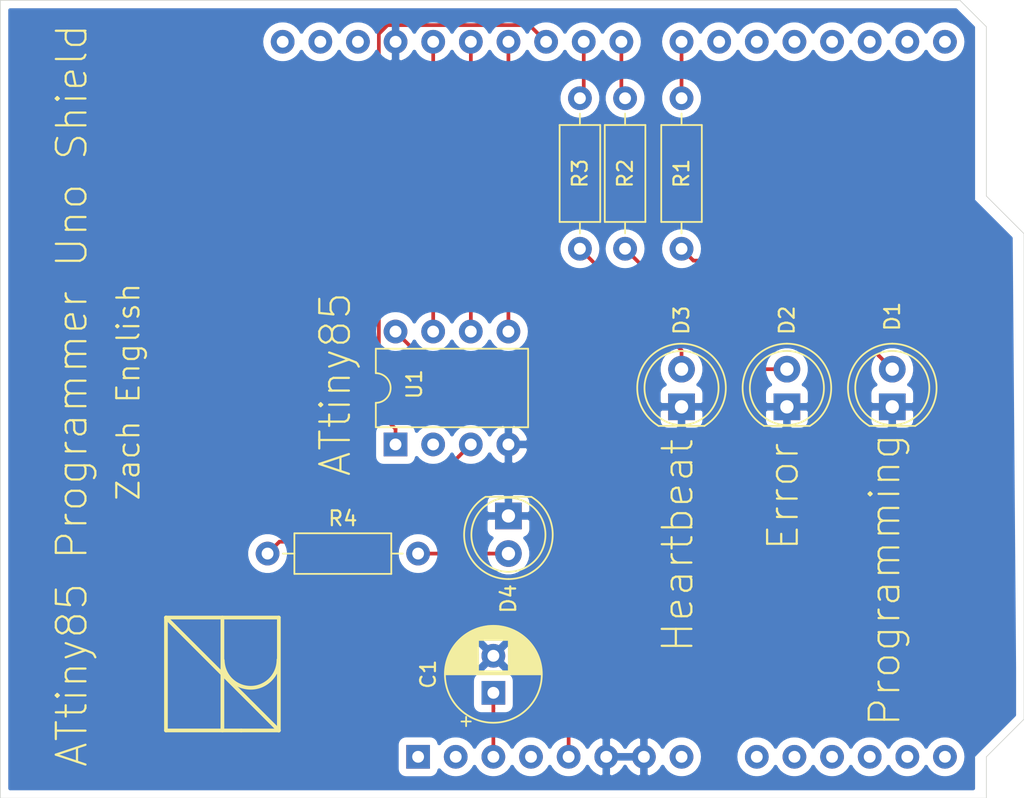
<source format=kicad_pcb>
(kicad_pcb (version 20171130) (host pcbnew 5.1.4+dfsg1-1~bpo10+1)

  (general
    (thickness 1.6)
    (drawings 15)
    (tracks 38)
    (zones 0)
    (modules 12)
    (nets 37)
  )

  (page A4)
  (layers
    (0 F.Cu signal)
    (31 B.Cu signal hide)
    (32 B.Adhes user hide)
    (33 F.Adhes user hide)
    (34 B.Paste user hide)
    (35 F.Paste user hide)
    (36 B.SilkS user)
    (37 F.SilkS user)
    (38 B.Mask user)
    (39 F.Mask user)
    (40 Dwgs.User user hide)
    (41 Cmts.User user hide)
    (42 Eco1.User user hide)
    (43 Eco2.User user hide)
    (44 Edge.Cuts user)
    (45 Margin user hide)
    (46 B.CrtYd user)
    (47 F.CrtYd user)
    (48 B.Fab user hide)
    (49 F.Fab user hide)
  )

  (setup
    (last_trace_width 0.25)
    (trace_clearance 0.2)
    (zone_clearance 0.508)
    (zone_45_only no)
    (trace_min 0.2)
    (via_size 0.8)
    (via_drill 0.4)
    (via_min_size 0.4)
    (via_min_drill 0.3)
    (uvia_size 0.3)
    (uvia_drill 0.1)
    (uvias_allowed no)
    (uvia_min_size 0.2)
    (uvia_min_drill 0.1)
    (edge_width 0.05)
    (segment_width 0.2)
    (pcb_text_width 0.3)
    (pcb_text_size 1.5 1.5)
    (mod_edge_width 0.12)
    (mod_text_size 1 1)
    (mod_text_width 0.15)
    (pad_size 1.524 1.524)
    (pad_drill 0.762)
    (pad_to_mask_clearance 0.051)
    (solder_mask_min_width 0.25)
    (aux_axis_origin 0 0)
    (visible_elements FFFFFF7F)
    (pcbplotparams
      (layerselection 0x010f0_ffffffff)
      (usegerberextensions false)
      (usegerberattributes false)
      (usegerberadvancedattributes false)
      (creategerberjobfile false)
      (excludeedgelayer true)
      (linewidth 0.100000)
      (plotframeref false)
      (viasonmask false)
      (mode 1)
      (useauxorigin false)
      (hpglpennumber 1)
      (hpglpenspeed 20)
      (hpglpendiameter 15.000000)
      (psnegative false)
      (psa4output false)
      (plotreference true)
      (plotvalue true)
      (plotinvisibletext false)
      (padsonsilk true)
      (subtractmaskfromsilk false)
      (outputformat 1)
      (mirror false)
      (drillshape 0)
      (scaleselection 1)
      (outputdirectory ""))
  )

  (net 0 "")
  (net 1 "Net-(A1-Pad16)")
  (net 2 "Net-(A1-Pad15)")
  (net 3 "Net-(A1-Pad30)")
  (net 4 "Net-(A1-Pad14)")
  (net 5 GND)
  (net 6 "Net-(A1-Pad13)")
  (net 7 "Net-(A1-Pad28)")
  (net 8 "Net-(A1-Pad12)")
  (net 9 "Net-(A1-Pad27)")
  (net 10 "Net-(A1-Pad11)")
  (net 11 "Net-(A1-Pad26)")
  (net 12 "Net-(A1-Pad10)")
  (net 13 "Net-(A1-Pad25)")
  (net 14 "Net-(A1-Pad9)")
  (net 15 "Net-(A1-Pad24)")
  (net 16 "Net-(A1-Pad8)")
  (net 17 "Net-(A1-Pad23)")
  (net 18 "Net-(A1-Pad22)")
  (net 19 "Net-(A1-Pad21)")
  (net 20 "Net-(A1-Pad5)")
  (net 21 "Net-(A1-Pad20)")
  (net 22 "Net-(A1-Pad4)")
  (net 23 "Net-(A1-Pad19)")
  (net 24 "Net-(A1-Pad3)")
  (net 25 "Net-(A1-Pad18)")
  (net 26 "Net-(A1-Pad2)")
  (net 27 "Net-(A1-Pad17)")
  (net 28 "Net-(A1-Pad1)")
  (net 29 "Net-(A1-Pad31)")
  (net 30 "Net-(A1-Pad32)")
  (net 31 "Net-(D1-Pad2)")
  (net 32 "Net-(D2-Pad2)")
  (net 33 "Net-(D3-Pad2)")
  (net 34 "Net-(D4-Pad2)")
  (net 35 "Net-(R4-Pad1)")
  (net 36 "Net-(U1-Pad2)")

  (net_class Default "This is the default net class."
    (clearance 0.2)
    (trace_width 0.25)
    (via_dia 0.8)
    (via_drill 0.4)
    (uvia_dia 0.3)
    (uvia_drill 0.1)
    (add_net GND)
    (add_net "Net-(A1-Pad1)")
    (add_net "Net-(A1-Pad10)")
    (add_net "Net-(A1-Pad11)")
    (add_net "Net-(A1-Pad12)")
    (add_net "Net-(A1-Pad13)")
    (add_net "Net-(A1-Pad14)")
    (add_net "Net-(A1-Pad15)")
    (add_net "Net-(A1-Pad16)")
    (add_net "Net-(A1-Pad17)")
    (add_net "Net-(A1-Pad18)")
    (add_net "Net-(A1-Pad19)")
    (add_net "Net-(A1-Pad2)")
    (add_net "Net-(A1-Pad20)")
    (add_net "Net-(A1-Pad21)")
    (add_net "Net-(A1-Pad22)")
    (add_net "Net-(A1-Pad23)")
    (add_net "Net-(A1-Pad24)")
    (add_net "Net-(A1-Pad25)")
    (add_net "Net-(A1-Pad26)")
    (add_net "Net-(A1-Pad27)")
    (add_net "Net-(A1-Pad28)")
    (add_net "Net-(A1-Pad3)")
    (add_net "Net-(A1-Pad30)")
    (add_net "Net-(A1-Pad31)")
    (add_net "Net-(A1-Pad32)")
    (add_net "Net-(A1-Pad4)")
    (add_net "Net-(A1-Pad5)")
    (add_net "Net-(A1-Pad8)")
    (add_net "Net-(A1-Pad9)")
    (add_net "Net-(D1-Pad2)")
    (add_net "Net-(D2-Pad2)")
    (add_net "Net-(D3-Pad2)")
    (add_net "Net-(D4-Pad2)")
    (add_net "Net-(R4-Pad1)")
    (add_net "Net-(U1-Pad2)")
  )

  (module ZDE:ZDE_Logo (layer F.Cu) (tedit 600222E9) (tstamp 600CF63C)
    (at 111.76 99.06 90)
    (fp_text reference REF** (at 0 0.5 90) (layer F.Fab)
      (effects (font (size 1 1) (thickness 0.15)))
    )
    (fp_text value ZDE_Logo (at 0 -0.5 90) (layer F.Fab)
      (effects (font (size 1 1) (thickness 0.15)))
    )
    (fp_arc (start 4.7498 5.715) (end 4.7244 3.8354) (angle -180) (layer F.SilkS) (width 0.25))
    (fp_line (start 0 3.81) (end 7.62 3.81) (layer F.SilkS) (width 0.25))
    (fp_line (start 7.62 0) (end 0 7.62) (layer F.SilkS) (width 0.25))
    (fp_line (start 7.62 0) (end 0 0) (layer F.SilkS) (width 0.25))
    (fp_line (start 7.62 7.62) (end 7.62 0) (layer F.SilkS) (width 0.25))
    (fp_line (start 0 7.62) (end 7.62 7.62) (layer F.SilkS) (width 0.25))
    (fp_line (start 0 5.08) (end 0 7.62) (layer F.SilkS) (width 0.25))
    (fp_line (start 0 0) (end 0 5.08) (layer F.SilkS) (width 0.25))
  )

  (module Module:Arduino_UNO_R3 (layer B.Cu) (tedit 600B484A) (tstamp 600BA2CB)
    (at 128.778 100.838)
    (descr "Arduino UNO R3, http://www.mouser.com/pdfdocs/Gravitech_Arduino_Nano3_0.pdf")
    (tags "Arduino UNO R3")
    (path /600B1EA8)
    (fp_text reference A1 (at 1.27 3.81 -180) (layer B.SilkS)
      (effects (font (size 1 1) (thickness 0.15)) (justify mirror))
    )
    (fp_text value Arduino_UNO_R3 (at 0 -22.86) (layer B.Fab)
      (effects (font (size 1 1) (thickness 0.15)) (justify mirror))
    )
    (fp_text user %R (at 0 -20.32 -180) (layer B.Fab)
      (effects (font (size 1 1) (thickness 0.15)) (justify mirror))
    )
    (pad 16 thru_hole oval (at 33.02 -48.26 270) (size 1.6 1.6) (drill 0.8) (layers *.Cu *.Mask)
      (net 1 "Net-(A1-Pad16)"))
    (pad 15 thru_hole oval (at 35.56 -48.26 270) (size 1.6 1.6) (drill 0.8) (layers *.Cu *.Mask)
      (net 2 "Net-(A1-Pad15)"))
    (pad 30 thru_hole oval (at -4.06 -48.26 270) (size 1.6 1.6) (drill 0.8) (layers *.Cu *.Mask)
      (net 3 "Net-(A1-Pad30)"))
    (pad 14 thru_hole oval (at 35.56 0 270) (size 1.6 1.6) (drill 0.8) (layers *.Cu *.Mask)
      (net 4 "Net-(A1-Pad14)"))
    (pad 29 thru_hole oval (at -1.52 -48.26 270) (size 1.6 1.6) (drill 0.8) (layers *.Cu *.Mask)
      (net 5 GND))
    (pad 13 thru_hole oval (at 33.02 0 270) (size 1.6 1.6) (drill 0.8) (layers *.Cu *.Mask)
      (net 6 "Net-(A1-Pad13)"))
    (pad 28 thru_hole oval (at 1.02 -48.26 270) (size 1.6 1.6) (drill 0.8) (layers *.Cu *.Mask)
      (net 7 "Net-(A1-Pad28)"))
    (pad 12 thru_hole oval (at 30.48 0 270) (size 1.6 1.6) (drill 0.8) (layers *.Cu *.Mask)
      (net 8 "Net-(A1-Pad12)"))
    (pad 27 thru_hole oval (at 3.56 -48.26 270) (size 1.6 1.6) (drill 0.8) (layers *.Cu *.Mask)
      (net 9 "Net-(A1-Pad27)"))
    (pad 11 thru_hole oval (at 27.94 0 270) (size 1.6 1.6) (drill 0.8) (layers *.Cu *.Mask)
      (net 10 "Net-(A1-Pad11)"))
    (pad 26 thru_hole oval (at 6.1 -48.26 270) (size 1.6 1.6) (drill 0.8) (layers *.Cu *.Mask)
      (net 11 "Net-(A1-Pad26)"))
    (pad 10 thru_hole oval (at 25.4 0 270) (size 1.6 1.6) (drill 0.8) (layers *.Cu *.Mask)
      (net 12 "Net-(A1-Pad10)"))
    (pad 25 thru_hole oval (at 8.64 -48.26 270) (size 1.6 1.6) (drill 0.8) (layers *.Cu *.Mask)
      (net 13 "Net-(A1-Pad25)"))
    (pad 9 thru_hole oval (at 22.86 0 270) (size 1.6 1.6) (drill 0.8) (layers *.Cu *.Mask)
      (net 14 "Net-(A1-Pad9)"))
    (pad 24 thru_hole oval (at 11.18 -48.26 270) (size 1.6 1.6) (drill 0.8) (layers *.Cu *.Mask)
      (net 15 "Net-(A1-Pad24)"))
    (pad 8 thru_hole oval (at 17.78 0 270) (size 1.6 1.6) (drill 0.8) (layers *.Cu *.Mask)
      (net 16 "Net-(A1-Pad8)"))
    (pad 23 thru_hole oval (at 13.72 -48.26 270) (size 1.6 1.6) (drill 0.8) (layers *.Cu *.Mask)
      (net 17 "Net-(A1-Pad23)"))
    (pad 7 thru_hole oval (at 15.24 0 270) (size 1.6 1.6) (drill 0.8) (layers *.Cu *.Mask)
      (net 5 GND))
    (pad 22 thru_hole oval (at 17.78 -48.26 270) (size 1.6 1.6) (drill 0.8) (layers *.Cu *.Mask)
      (net 18 "Net-(A1-Pad22)"))
    (pad 6 thru_hole oval (at 12.7 0 270) (size 1.6 1.6) (drill 0.8) (layers *.Cu *.Mask)
      (net 5 GND))
    (pad 21 thru_hole oval (at 20.32 -48.26 270) (size 1.6 1.6) (drill 0.8) (layers *.Cu *.Mask)
      (net 19 "Net-(A1-Pad21)"))
    (pad 5 thru_hole oval (at 10.16 0 270) (size 1.6 1.6) (drill 0.8) (layers *.Cu *.Mask)
      (net 20 "Net-(A1-Pad5)"))
    (pad 20 thru_hole oval (at 22.86 -48.26 270) (size 1.6 1.6) (drill 0.8) (layers *.Cu *.Mask)
      (net 21 "Net-(A1-Pad20)"))
    (pad 4 thru_hole oval (at 7.62 0 270) (size 1.6 1.6) (drill 0.8) (layers *.Cu *.Mask)
      (net 22 "Net-(A1-Pad4)"))
    (pad 19 thru_hole oval (at 25.4 -48.26 270) (size 1.6 1.6) (drill 0.8) (layers *.Cu *.Mask)
      (net 23 "Net-(A1-Pad19)"))
    (pad 3 thru_hole oval (at 5.08 0 270) (size 1.6 1.6) (drill 0.8) (layers *.Cu *.Mask)
      (net 24 "Net-(A1-Pad3)"))
    (pad 18 thru_hole oval (at 27.94 -48.26 270) (size 1.6 1.6) (drill 0.8) (layers *.Cu *.Mask)
      (net 25 "Net-(A1-Pad18)"))
    (pad 2 thru_hole oval (at 2.54 0 270) (size 1.6 1.6) (drill 0.8) (layers *.Cu *.Mask)
      (net 26 "Net-(A1-Pad2)"))
    (pad 17 thru_hole oval (at 30.48 -48.26 270) (size 1.6 1.6) (drill 0.8) (layers *.Cu *.Mask)
      (net 27 "Net-(A1-Pad17)"))
    (pad 1 thru_hole rect (at 0 0 270) (size 1.6 1.6) (drill 0.8) (layers *.Cu *.Mask)
      (net 28 "Net-(A1-Pad1)"))
    (pad 31 thru_hole oval (at -6.6 -48.26 270) (size 1.6 1.6) (drill 0.8) (layers *.Cu *.Mask)
      (net 29 "Net-(A1-Pad31)"))
    (pad 32 thru_hole oval (at -9.14 -48.26 270) (size 1.6 1.6) (drill 0.8) (layers *.Cu *.Mask)
      (net 30 "Net-(A1-Pad32)"))
    (model ${KISYS3DMOD}/Module.3dshapes/Arduino_UNO_R3.wrl
      (at (xyz 0 0 0))
      (scale (xyz 1 1 1))
      (rotate (xyz 0 0 0))
    )
  )

  (module Capacitor_THT:CP_Radial_D6.3mm_P2.50mm (layer F.Cu) (tedit 5AE50EF0) (tstamp 600BDCA2)
    (at 133.858 96.52 90)
    (descr "CP, Radial series, Radial, pin pitch=2.50mm, , diameter=6.3mm, Electrolytic Capacitor")
    (tags "CP Radial series Radial pin pitch 2.50mm  diameter 6.3mm Electrolytic Capacitor")
    (path /600C8E69)
    (fp_text reference C1 (at 1.25 -4.4 90) (layer F.SilkS)
      (effects (font (size 1 1) (thickness 0.15)))
    )
    (fp_text value C (at 1.25 4.4 90) (layer F.Fab)
      (effects (font (size 1 1) (thickness 0.15)))
    )
    (fp_text user %R (at 1.25 0 90) (layer F.Fab)
      (effects (font (size 1 1) (thickness 0.15)))
    )
    (fp_line (start -1.935241 -2.154) (end -1.935241 -1.524) (layer F.SilkS) (width 0.12))
    (fp_line (start -2.250241 -1.839) (end -1.620241 -1.839) (layer F.SilkS) (width 0.12))
    (fp_line (start 4.491 -0.402) (end 4.491 0.402) (layer F.SilkS) (width 0.12))
    (fp_line (start 4.451 -0.633) (end 4.451 0.633) (layer F.SilkS) (width 0.12))
    (fp_line (start 4.411 -0.802) (end 4.411 0.802) (layer F.SilkS) (width 0.12))
    (fp_line (start 4.371 -0.94) (end 4.371 0.94) (layer F.SilkS) (width 0.12))
    (fp_line (start 4.331 -1.059) (end 4.331 1.059) (layer F.SilkS) (width 0.12))
    (fp_line (start 4.291 -1.165) (end 4.291 1.165) (layer F.SilkS) (width 0.12))
    (fp_line (start 4.251 -1.262) (end 4.251 1.262) (layer F.SilkS) (width 0.12))
    (fp_line (start 4.211 -1.35) (end 4.211 1.35) (layer F.SilkS) (width 0.12))
    (fp_line (start 4.171 -1.432) (end 4.171 1.432) (layer F.SilkS) (width 0.12))
    (fp_line (start 4.131 -1.509) (end 4.131 1.509) (layer F.SilkS) (width 0.12))
    (fp_line (start 4.091 -1.581) (end 4.091 1.581) (layer F.SilkS) (width 0.12))
    (fp_line (start 4.051 -1.65) (end 4.051 1.65) (layer F.SilkS) (width 0.12))
    (fp_line (start 4.011 -1.714) (end 4.011 1.714) (layer F.SilkS) (width 0.12))
    (fp_line (start 3.971 -1.776) (end 3.971 1.776) (layer F.SilkS) (width 0.12))
    (fp_line (start 3.931 -1.834) (end 3.931 1.834) (layer F.SilkS) (width 0.12))
    (fp_line (start 3.891 -1.89) (end 3.891 1.89) (layer F.SilkS) (width 0.12))
    (fp_line (start 3.851 -1.944) (end 3.851 1.944) (layer F.SilkS) (width 0.12))
    (fp_line (start 3.811 -1.995) (end 3.811 1.995) (layer F.SilkS) (width 0.12))
    (fp_line (start 3.771 -2.044) (end 3.771 2.044) (layer F.SilkS) (width 0.12))
    (fp_line (start 3.731 -2.092) (end 3.731 2.092) (layer F.SilkS) (width 0.12))
    (fp_line (start 3.691 -2.137) (end 3.691 2.137) (layer F.SilkS) (width 0.12))
    (fp_line (start 3.651 -2.182) (end 3.651 2.182) (layer F.SilkS) (width 0.12))
    (fp_line (start 3.611 -2.224) (end 3.611 2.224) (layer F.SilkS) (width 0.12))
    (fp_line (start 3.571 -2.265) (end 3.571 2.265) (layer F.SilkS) (width 0.12))
    (fp_line (start 3.531 1.04) (end 3.531 2.305) (layer F.SilkS) (width 0.12))
    (fp_line (start 3.531 -2.305) (end 3.531 -1.04) (layer F.SilkS) (width 0.12))
    (fp_line (start 3.491 1.04) (end 3.491 2.343) (layer F.SilkS) (width 0.12))
    (fp_line (start 3.491 -2.343) (end 3.491 -1.04) (layer F.SilkS) (width 0.12))
    (fp_line (start 3.451 1.04) (end 3.451 2.38) (layer F.SilkS) (width 0.12))
    (fp_line (start 3.451 -2.38) (end 3.451 -1.04) (layer F.SilkS) (width 0.12))
    (fp_line (start 3.411 1.04) (end 3.411 2.416) (layer F.SilkS) (width 0.12))
    (fp_line (start 3.411 -2.416) (end 3.411 -1.04) (layer F.SilkS) (width 0.12))
    (fp_line (start 3.371 1.04) (end 3.371 2.45) (layer F.SilkS) (width 0.12))
    (fp_line (start 3.371 -2.45) (end 3.371 -1.04) (layer F.SilkS) (width 0.12))
    (fp_line (start 3.331 1.04) (end 3.331 2.484) (layer F.SilkS) (width 0.12))
    (fp_line (start 3.331 -2.484) (end 3.331 -1.04) (layer F.SilkS) (width 0.12))
    (fp_line (start 3.291 1.04) (end 3.291 2.516) (layer F.SilkS) (width 0.12))
    (fp_line (start 3.291 -2.516) (end 3.291 -1.04) (layer F.SilkS) (width 0.12))
    (fp_line (start 3.251 1.04) (end 3.251 2.548) (layer F.SilkS) (width 0.12))
    (fp_line (start 3.251 -2.548) (end 3.251 -1.04) (layer F.SilkS) (width 0.12))
    (fp_line (start 3.211 1.04) (end 3.211 2.578) (layer F.SilkS) (width 0.12))
    (fp_line (start 3.211 -2.578) (end 3.211 -1.04) (layer F.SilkS) (width 0.12))
    (fp_line (start 3.171 1.04) (end 3.171 2.607) (layer F.SilkS) (width 0.12))
    (fp_line (start 3.171 -2.607) (end 3.171 -1.04) (layer F.SilkS) (width 0.12))
    (fp_line (start 3.131 1.04) (end 3.131 2.636) (layer F.SilkS) (width 0.12))
    (fp_line (start 3.131 -2.636) (end 3.131 -1.04) (layer F.SilkS) (width 0.12))
    (fp_line (start 3.091 1.04) (end 3.091 2.664) (layer F.SilkS) (width 0.12))
    (fp_line (start 3.091 -2.664) (end 3.091 -1.04) (layer F.SilkS) (width 0.12))
    (fp_line (start 3.051 1.04) (end 3.051 2.69) (layer F.SilkS) (width 0.12))
    (fp_line (start 3.051 -2.69) (end 3.051 -1.04) (layer F.SilkS) (width 0.12))
    (fp_line (start 3.011 1.04) (end 3.011 2.716) (layer F.SilkS) (width 0.12))
    (fp_line (start 3.011 -2.716) (end 3.011 -1.04) (layer F.SilkS) (width 0.12))
    (fp_line (start 2.971 1.04) (end 2.971 2.742) (layer F.SilkS) (width 0.12))
    (fp_line (start 2.971 -2.742) (end 2.971 -1.04) (layer F.SilkS) (width 0.12))
    (fp_line (start 2.931 1.04) (end 2.931 2.766) (layer F.SilkS) (width 0.12))
    (fp_line (start 2.931 -2.766) (end 2.931 -1.04) (layer F.SilkS) (width 0.12))
    (fp_line (start 2.891 1.04) (end 2.891 2.79) (layer F.SilkS) (width 0.12))
    (fp_line (start 2.891 -2.79) (end 2.891 -1.04) (layer F.SilkS) (width 0.12))
    (fp_line (start 2.851 1.04) (end 2.851 2.812) (layer F.SilkS) (width 0.12))
    (fp_line (start 2.851 -2.812) (end 2.851 -1.04) (layer F.SilkS) (width 0.12))
    (fp_line (start 2.811 1.04) (end 2.811 2.834) (layer F.SilkS) (width 0.12))
    (fp_line (start 2.811 -2.834) (end 2.811 -1.04) (layer F.SilkS) (width 0.12))
    (fp_line (start 2.771 1.04) (end 2.771 2.856) (layer F.SilkS) (width 0.12))
    (fp_line (start 2.771 -2.856) (end 2.771 -1.04) (layer F.SilkS) (width 0.12))
    (fp_line (start 2.731 1.04) (end 2.731 2.876) (layer F.SilkS) (width 0.12))
    (fp_line (start 2.731 -2.876) (end 2.731 -1.04) (layer F.SilkS) (width 0.12))
    (fp_line (start 2.691 1.04) (end 2.691 2.896) (layer F.SilkS) (width 0.12))
    (fp_line (start 2.691 -2.896) (end 2.691 -1.04) (layer F.SilkS) (width 0.12))
    (fp_line (start 2.651 1.04) (end 2.651 2.916) (layer F.SilkS) (width 0.12))
    (fp_line (start 2.651 -2.916) (end 2.651 -1.04) (layer F.SilkS) (width 0.12))
    (fp_line (start 2.611 1.04) (end 2.611 2.934) (layer F.SilkS) (width 0.12))
    (fp_line (start 2.611 -2.934) (end 2.611 -1.04) (layer F.SilkS) (width 0.12))
    (fp_line (start 2.571 1.04) (end 2.571 2.952) (layer F.SilkS) (width 0.12))
    (fp_line (start 2.571 -2.952) (end 2.571 -1.04) (layer F.SilkS) (width 0.12))
    (fp_line (start 2.531 1.04) (end 2.531 2.97) (layer F.SilkS) (width 0.12))
    (fp_line (start 2.531 -2.97) (end 2.531 -1.04) (layer F.SilkS) (width 0.12))
    (fp_line (start 2.491 1.04) (end 2.491 2.986) (layer F.SilkS) (width 0.12))
    (fp_line (start 2.491 -2.986) (end 2.491 -1.04) (layer F.SilkS) (width 0.12))
    (fp_line (start 2.451 1.04) (end 2.451 3.002) (layer F.SilkS) (width 0.12))
    (fp_line (start 2.451 -3.002) (end 2.451 -1.04) (layer F.SilkS) (width 0.12))
    (fp_line (start 2.411 1.04) (end 2.411 3.018) (layer F.SilkS) (width 0.12))
    (fp_line (start 2.411 -3.018) (end 2.411 -1.04) (layer F.SilkS) (width 0.12))
    (fp_line (start 2.371 1.04) (end 2.371 3.033) (layer F.SilkS) (width 0.12))
    (fp_line (start 2.371 -3.033) (end 2.371 -1.04) (layer F.SilkS) (width 0.12))
    (fp_line (start 2.331 1.04) (end 2.331 3.047) (layer F.SilkS) (width 0.12))
    (fp_line (start 2.331 -3.047) (end 2.331 -1.04) (layer F.SilkS) (width 0.12))
    (fp_line (start 2.291 1.04) (end 2.291 3.061) (layer F.SilkS) (width 0.12))
    (fp_line (start 2.291 -3.061) (end 2.291 -1.04) (layer F.SilkS) (width 0.12))
    (fp_line (start 2.251 1.04) (end 2.251 3.074) (layer F.SilkS) (width 0.12))
    (fp_line (start 2.251 -3.074) (end 2.251 -1.04) (layer F.SilkS) (width 0.12))
    (fp_line (start 2.211 1.04) (end 2.211 3.086) (layer F.SilkS) (width 0.12))
    (fp_line (start 2.211 -3.086) (end 2.211 -1.04) (layer F.SilkS) (width 0.12))
    (fp_line (start 2.171 1.04) (end 2.171 3.098) (layer F.SilkS) (width 0.12))
    (fp_line (start 2.171 -3.098) (end 2.171 -1.04) (layer F.SilkS) (width 0.12))
    (fp_line (start 2.131 1.04) (end 2.131 3.11) (layer F.SilkS) (width 0.12))
    (fp_line (start 2.131 -3.11) (end 2.131 -1.04) (layer F.SilkS) (width 0.12))
    (fp_line (start 2.091 1.04) (end 2.091 3.121) (layer F.SilkS) (width 0.12))
    (fp_line (start 2.091 -3.121) (end 2.091 -1.04) (layer F.SilkS) (width 0.12))
    (fp_line (start 2.051 1.04) (end 2.051 3.131) (layer F.SilkS) (width 0.12))
    (fp_line (start 2.051 -3.131) (end 2.051 -1.04) (layer F.SilkS) (width 0.12))
    (fp_line (start 2.011 1.04) (end 2.011 3.141) (layer F.SilkS) (width 0.12))
    (fp_line (start 2.011 -3.141) (end 2.011 -1.04) (layer F.SilkS) (width 0.12))
    (fp_line (start 1.971 1.04) (end 1.971 3.15) (layer F.SilkS) (width 0.12))
    (fp_line (start 1.971 -3.15) (end 1.971 -1.04) (layer F.SilkS) (width 0.12))
    (fp_line (start 1.93 1.04) (end 1.93 3.159) (layer F.SilkS) (width 0.12))
    (fp_line (start 1.93 -3.159) (end 1.93 -1.04) (layer F.SilkS) (width 0.12))
    (fp_line (start 1.89 1.04) (end 1.89 3.167) (layer F.SilkS) (width 0.12))
    (fp_line (start 1.89 -3.167) (end 1.89 -1.04) (layer F.SilkS) (width 0.12))
    (fp_line (start 1.85 1.04) (end 1.85 3.175) (layer F.SilkS) (width 0.12))
    (fp_line (start 1.85 -3.175) (end 1.85 -1.04) (layer F.SilkS) (width 0.12))
    (fp_line (start 1.81 1.04) (end 1.81 3.182) (layer F.SilkS) (width 0.12))
    (fp_line (start 1.81 -3.182) (end 1.81 -1.04) (layer F.SilkS) (width 0.12))
    (fp_line (start 1.77 1.04) (end 1.77 3.189) (layer F.SilkS) (width 0.12))
    (fp_line (start 1.77 -3.189) (end 1.77 -1.04) (layer F.SilkS) (width 0.12))
    (fp_line (start 1.73 1.04) (end 1.73 3.195) (layer F.SilkS) (width 0.12))
    (fp_line (start 1.73 -3.195) (end 1.73 -1.04) (layer F.SilkS) (width 0.12))
    (fp_line (start 1.69 1.04) (end 1.69 3.201) (layer F.SilkS) (width 0.12))
    (fp_line (start 1.69 -3.201) (end 1.69 -1.04) (layer F.SilkS) (width 0.12))
    (fp_line (start 1.65 1.04) (end 1.65 3.206) (layer F.SilkS) (width 0.12))
    (fp_line (start 1.65 -3.206) (end 1.65 -1.04) (layer F.SilkS) (width 0.12))
    (fp_line (start 1.61 1.04) (end 1.61 3.211) (layer F.SilkS) (width 0.12))
    (fp_line (start 1.61 -3.211) (end 1.61 -1.04) (layer F.SilkS) (width 0.12))
    (fp_line (start 1.57 1.04) (end 1.57 3.215) (layer F.SilkS) (width 0.12))
    (fp_line (start 1.57 -3.215) (end 1.57 -1.04) (layer F.SilkS) (width 0.12))
    (fp_line (start 1.53 1.04) (end 1.53 3.218) (layer F.SilkS) (width 0.12))
    (fp_line (start 1.53 -3.218) (end 1.53 -1.04) (layer F.SilkS) (width 0.12))
    (fp_line (start 1.49 1.04) (end 1.49 3.222) (layer F.SilkS) (width 0.12))
    (fp_line (start 1.49 -3.222) (end 1.49 -1.04) (layer F.SilkS) (width 0.12))
    (fp_line (start 1.45 -3.224) (end 1.45 3.224) (layer F.SilkS) (width 0.12))
    (fp_line (start 1.41 -3.227) (end 1.41 3.227) (layer F.SilkS) (width 0.12))
    (fp_line (start 1.37 -3.228) (end 1.37 3.228) (layer F.SilkS) (width 0.12))
    (fp_line (start 1.33 -3.23) (end 1.33 3.23) (layer F.SilkS) (width 0.12))
    (fp_line (start 1.29 -3.23) (end 1.29 3.23) (layer F.SilkS) (width 0.12))
    (fp_line (start 1.25 -3.23) (end 1.25 3.23) (layer F.SilkS) (width 0.12))
    (fp_line (start -1.128972 -1.6885) (end -1.128972 -1.0585) (layer F.Fab) (width 0.1))
    (fp_line (start -1.443972 -1.3735) (end -0.813972 -1.3735) (layer F.Fab) (width 0.1))
    (fp_circle (center 1.25 0) (end 4.65 0) (layer F.CrtYd) (width 0.05))
    (fp_circle (center 1.25 0) (end 4.52 0) (layer F.SilkS) (width 0.12))
    (fp_circle (center 1.25 0) (end 4.4 0) (layer F.Fab) (width 0.1))
    (pad 2 thru_hole circle (at 2.5 0 90) (size 1.6 1.6) (drill 0.8) (layers *.Cu *.Mask)
      (net 5 GND))
    (pad 1 thru_hole rect (at 0 0 90) (size 1.6 1.6) (drill 0.8) (layers *.Cu *.Mask)
      (net 24 "Net-(A1-Pad3)"))
    (model ${KISYS3DMOD}/Capacitor_THT.3dshapes/CP_Radial_D6.3mm_P2.50mm.wrl
      (at (xyz 0 0 0))
      (scale (xyz 1 1 1))
      (rotate (xyz 0 0 0))
    )
  )

  (module Package_DIP:DIP-8_W7.62mm (layer F.Cu) (tedit 5A02E8C5) (tstamp 600BAB33)
    (at 127.254 79.756 90)
    (descr "8-lead though-hole mounted DIP package, row spacing 7.62 mm (300 mils)")
    (tags "THT DIP DIL PDIP 2.54mm 7.62mm 300mil")
    (path /600B38EB)
    (fp_text reference U1 (at 4.064 1.27 90) (layer F.SilkS)
      (effects (font (size 1 1) (thickness 0.15)))
    )
    (fp_text value ATtiny85V-10PU (at 3.81 9.95 90) (layer F.Fab)
      (effects (font (size 1 1) (thickness 0.15)))
    )
    (fp_text user %R (at 3.81 3.81 90) (layer F.Fab)
      (effects (font (size 1 1) (thickness 0.15)))
    )
    (fp_line (start 8.7 -1.55) (end -1.1 -1.55) (layer F.CrtYd) (width 0.05))
    (fp_line (start 8.7 9.15) (end 8.7 -1.55) (layer F.CrtYd) (width 0.05))
    (fp_line (start -1.1 9.15) (end 8.7 9.15) (layer F.CrtYd) (width 0.05))
    (fp_line (start -1.1 -1.55) (end -1.1 9.15) (layer F.CrtYd) (width 0.05))
    (fp_line (start 6.46 -1.33) (end 4.81 -1.33) (layer F.SilkS) (width 0.12))
    (fp_line (start 6.46 8.95) (end 6.46 -1.33) (layer F.SilkS) (width 0.12))
    (fp_line (start 1.16 8.95) (end 6.46 8.95) (layer F.SilkS) (width 0.12))
    (fp_line (start 1.16 -1.33) (end 1.16 8.95) (layer F.SilkS) (width 0.12))
    (fp_line (start 2.81 -1.33) (end 1.16 -1.33) (layer F.SilkS) (width 0.12))
    (fp_line (start 0.635 -0.27) (end 1.635 -1.27) (layer F.Fab) (width 0.1))
    (fp_line (start 0.635 8.89) (end 0.635 -0.27) (layer F.Fab) (width 0.1))
    (fp_line (start 6.985 8.89) (end 0.635 8.89) (layer F.Fab) (width 0.1))
    (fp_line (start 6.985 -1.27) (end 6.985 8.89) (layer F.Fab) (width 0.1))
    (fp_line (start 1.635 -1.27) (end 6.985 -1.27) (layer F.Fab) (width 0.1))
    (fp_arc (start 3.81 -1.33) (end 2.81 -1.33) (angle -180) (layer F.SilkS) (width 0.12))
    (pad 8 thru_hole oval (at 7.62 0 90) (size 1.6 1.6) (drill 0.8) (layers *.Cu *.Mask)
      (net 20 "Net-(A1-Pad5)"))
    (pad 4 thru_hole oval (at 0 7.62 90) (size 1.6 1.6) (drill 0.8) (layers *.Cu *.Mask)
      (net 5 GND))
    (pad 7 thru_hole oval (at 7.62 2.54 90) (size 1.6 1.6) (drill 0.8) (layers *.Cu *.Mask)
      (net 7 "Net-(A1-Pad28)"))
    (pad 3 thru_hole oval (at 0 5.08 90) (size 1.6 1.6) (drill 0.8) (layers *.Cu *.Mask)
      (net 35 "Net-(R4-Pad1)"))
    (pad 6 thru_hole oval (at 7.62 5.08 90) (size 1.6 1.6) (drill 0.8) (layers *.Cu *.Mask)
      (net 9 "Net-(A1-Pad27)"))
    (pad 2 thru_hole oval (at 0 2.54 90) (size 1.6 1.6) (drill 0.8) (layers *.Cu *.Mask)
      (net 36 "Net-(U1-Pad2)"))
    (pad 5 thru_hole oval (at 7.62 7.62 90) (size 1.6 1.6) (drill 0.8) (layers *.Cu *.Mask)
      (net 11 "Net-(A1-Pad26)"))
    (pad 1 thru_hole rect (at 0 0 90) (size 1.6 1.6) (drill 0.8) (layers *.Cu *.Mask)
      (net 13 "Net-(A1-Pad25)"))
    (model ${KISYS3DMOD}/Package_DIP.3dshapes/DIP-8_W7.62mm.wrl
      (at (xyz 0 0 0))
      (scale (xyz 1 1 1))
      (rotate (xyz 0 0 0))
    )
  )

  (module Resistor_THT:R_Axial_DIN0207_L6.3mm_D2.5mm_P10.16mm_Horizontal (layer F.Cu) (tedit 5AE5139B) (tstamp 600BA93F)
    (at 118.618 87.122)
    (descr "Resistor, Axial_DIN0207 series, Axial, Horizontal, pin pitch=10.16mm, 0.25W = 1/4W, length*diameter=6.3*2.5mm^2, http://cdn-reichelt.de/documents/datenblatt/B400/1_4W%23YAG.pdf")
    (tags "Resistor Axial_DIN0207 series Axial Horizontal pin pitch 10.16mm 0.25W = 1/4W length 6.3mm diameter 2.5mm")
    (path /600B6B6D)
    (fp_text reference R4 (at 5.08 -2.37) (layer F.SilkS)
      (effects (font (size 1 1) (thickness 0.15)))
    )
    (fp_text value R_US (at 5.08 2.37) (layer F.Fab)
      (effects (font (size 1 1) (thickness 0.15)))
    )
    (fp_text user %R (at 5.08 0) (layer F.Fab)
      (effects (font (size 1 1) (thickness 0.15)))
    )
    (fp_line (start 11.21 -1.5) (end -1.05 -1.5) (layer F.CrtYd) (width 0.05))
    (fp_line (start 11.21 1.5) (end 11.21 -1.5) (layer F.CrtYd) (width 0.05))
    (fp_line (start -1.05 1.5) (end 11.21 1.5) (layer F.CrtYd) (width 0.05))
    (fp_line (start -1.05 -1.5) (end -1.05 1.5) (layer F.CrtYd) (width 0.05))
    (fp_line (start 9.12 0) (end 8.35 0) (layer F.SilkS) (width 0.12))
    (fp_line (start 1.04 0) (end 1.81 0) (layer F.SilkS) (width 0.12))
    (fp_line (start 8.35 -1.37) (end 1.81 -1.37) (layer F.SilkS) (width 0.12))
    (fp_line (start 8.35 1.37) (end 8.35 -1.37) (layer F.SilkS) (width 0.12))
    (fp_line (start 1.81 1.37) (end 8.35 1.37) (layer F.SilkS) (width 0.12))
    (fp_line (start 1.81 -1.37) (end 1.81 1.37) (layer F.SilkS) (width 0.12))
    (fp_line (start 10.16 0) (end 8.23 0) (layer F.Fab) (width 0.1))
    (fp_line (start 0 0) (end 1.93 0) (layer F.Fab) (width 0.1))
    (fp_line (start 8.23 -1.25) (end 1.93 -1.25) (layer F.Fab) (width 0.1))
    (fp_line (start 8.23 1.25) (end 8.23 -1.25) (layer F.Fab) (width 0.1))
    (fp_line (start 1.93 1.25) (end 8.23 1.25) (layer F.Fab) (width 0.1))
    (fp_line (start 1.93 -1.25) (end 1.93 1.25) (layer F.Fab) (width 0.1))
    (pad 2 thru_hole oval (at 10.16 0) (size 1.6 1.6) (drill 0.8) (layers *.Cu *.Mask)
      (net 34 "Net-(D4-Pad2)"))
    (pad 1 thru_hole circle (at 0 0) (size 1.6 1.6) (drill 0.8) (layers *.Cu *.Mask)
      (net 35 "Net-(R4-Pad1)"))
    (model ${KISYS3DMOD}/Resistor_THT.3dshapes/R_Axial_DIN0207_L6.3mm_D2.5mm_P10.16mm_Horizontal.wrl
      (at (xyz 0 0 0))
      (scale (xyz 1 1 1))
      (rotate (xyz 0 0 0))
    )
  )

  (module Resistor_THT:R_Axial_DIN0207_L6.3mm_D2.5mm_P10.16mm_Horizontal (layer F.Cu) (tedit 5AE5139B) (tstamp 600BA858)
    (at 139.7 56.388 270)
    (descr "Resistor, Axial_DIN0207 series, Axial, Horizontal, pin pitch=10.16mm, 0.25W = 1/4W, length*diameter=6.3*2.5mm^2, http://cdn-reichelt.de/documents/datenblatt/B400/1_4W%23YAG.pdf")
    (tags "Resistor Axial_DIN0207 series Axial Horizontal pin pitch 10.16mm 0.25W = 1/4W length 6.3mm diameter 2.5mm")
    (path /600BD7F6)
    (fp_text reference R3 (at 5.08 0 90) (layer F.SilkS)
      (effects (font (size 1 1) (thickness 0.15)))
    )
    (fp_text value R_US (at 5.08 2.37 90) (layer F.Fab)
      (effects (font (size 1 1) (thickness 0.15)))
    )
    (fp_text user %R (at 5.08 0 90) (layer F.Fab)
      (effects (font (size 1 1) (thickness 0.15)))
    )
    (fp_line (start 11.21 -1.5) (end -1.05 -1.5) (layer F.CrtYd) (width 0.05))
    (fp_line (start 11.21 1.5) (end 11.21 -1.5) (layer F.CrtYd) (width 0.05))
    (fp_line (start -1.05 1.5) (end 11.21 1.5) (layer F.CrtYd) (width 0.05))
    (fp_line (start -1.05 -1.5) (end -1.05 1.5) (layer F.CrtYd) (width 0.05))
    (fp_line (start 9.12 0) (end 8.35 0) (layer F.SilkS) (width 0.12))
    (fp_line (start 1.04 0) (end 1.81 0) (layer F.SilkS) (width 0.12))
    (fp_line (start 8.35 -1.37) (end 1.81 -1.37) (layer F.SilkS) (width 0.12))
    (fp_line (start 8.35 1.37) (end 8.35 -1.37) (layer F.SilkS) (width 0.12))
    (fp_line (start 1.81 1.37) (end 8.35 1.37) (layer F.SilkS) (width 0.12))
    (fp_line (start 1.81 -1.37) (end 1.81 1.37) (layer F.SilkS) (width 0.12))
    (fp_line (start 10.16 0) (end 8.23 0) (layer F.Fab) (width 0.1))
    (fp_line (start 0 0) (end 1.93 0) (layer F.Fab) (width 0.1))
    (fp_line (start 8.23 -1.25) (end 1.93 -1.25) (layer F.Fab) (width 0.1))
    (fp_line (start 8.23 1.25) (end 8.23 -1.25) (layer F.Fab) (width 0.1))
    (fp_line (start 1.93 1.25) (end 8.23 1.25) (layer F.Fab) (width 0.1))
    (fp_line (start 1.93 -1.25) (end 1.93 1.25) (layer F.Fab) (width 0.1))
    (pad 2 thru_hole oval (at 10.16 0 270) (size 1.6 1.6) (drill 0.8) (layers *.Cu *.Mask)
      (net 33 "Net-(D3-Pad2)"))
    (pad 1 thru_hole circle (at 0 0 270) (size 1.6 1.6) (drill 0.8) (layers *.Cu *.Mask)
      (net 15 "Net-(A1-Pad24)"))
    (model ${KISYS3DMOD}/Resistor_THT.3dshapes/R_Axial_DIN0207_L6.3mm_D2.5mm_P10.16mm_Horizontal.wrl
      (at (xyz 0 0 0))
      (scale (xyz 1 1 1))
      (rotate (xyz 0 0 0))
    )
  )

  (module Resistor_THT:R_Axial_DIN0207_L6.3mm_D2.5mm_P10.16mm_Horizontal (layer F.Cu) (tedit 5AE5139B) (tstamp 600BA771)
    (at 142.748 56.388 270)
    (descr "Resistor, Axial_DIN0207 series, Axial, Horizontal, pin pitch=10.16mm, 0.25W = 1/4W, length*diameter=6.3*2.5mm^2, http://cdn-reichelt.de/documents/datenblatt/B400/1_4W%23YAG.pdf")
    (tags "Resistor Axial_DIN0207 series Axial Horizontal pin pitch 10.16mm 0.25W = 1/4W length 6.3mm diameter 2.5mm")
    (path /600BCCD4)
    (fp_text reference R2 (at 5.08 0 90) (layer F.SilkS)
      (effects (font (size 1 1) (thickness 0.15)))
    )
    (fp_text value R_US (at 5.08 2.37 90) (layer F.Fab)
      (effects (font (size 1 1) (thickness 0.15)))
    )
    (fp_text user %R (at 5.08 0 90) (layer F.Fab)
      (effects (font (size 1 1) (thickness 0.15)))
    )
    (fp_line (start 11.21 -1.5) (end -1.05 -1.5) (layer F.CrtYd) (width 0.05))
    (fp_line (start 11.21 1.5) (end 11.21 -1.5) (layer F.CrtYd) (width 0.05))
    (fp_line (start -1.05 1.5) (end 11.21 1.5) (layer F.CrtYd) (width 0.05))
    (fp_line (start -1.05 -1.5) (end -1.05 1.5) (layer F.CrtYd) (width 0.05))
    (fp_line (start 9.12 0) (end 8.35 0) (layer F.SilkS) (width 0.12))
    (fp_line (start 1.04 0) (end 1.81 0) (layer F.SilkS) (width 0.12))
    (fp_line (start 8.35 -1.37) (end 1.81 -1.37) (layer F.SilkS) (width 0.12))
    (fp_line (start 8.35 1.37) (end 8.35 -1.37) (layer F.SilkS) (width 0.12))
    (fp_line (start 1.81 1.37) (end 8.35 1.37) (layer F.SilkS) (width 0.12))
    (fp_line (start 1.81 -1.37) (end 1.81 1.37) (layer F.SilkS) (width 0.12))
    (fp_line (start 10.16 0) (end 8.23 0) (layer F.Fab) (width 0.1))
    (fp_line (start 0 0) (end 1.93 0) (layer F.Fab) (width 0.1))
    (fp_line (start 8.23 -1.25) (end 1.93 -1.25) (layer F.Fab) (width 0.1))
    (fp_line (start 8.23 1.25) (end 8.23 -1.25) (layer F.Fab) (width 0.1))
    (fp_line (start 1.93 1.25) (end 8.23 1.25) (layer F.Fab) (width 0.1))
    (fp_line (start 1.93 -1.25) (end 1.93 1.25) (layer F.Fab) (width 0.1))
    (pad 2 thru_hole oval (at 10.16 0 270) (size 1.6 1.6) (drill 0.8) (layers *.Cu *.Mask)
      (net 32 "Net-(D2-Pad2)"))
    (pad 1 thru_hole circle (at 0 0 270) (size 1.6 1.6) (drill 0.8) (layers *.Cu *.Mask)
      (net 17 "Net-(A1-Pad23)"))
    (model ${KISYS3DMOD}/Resistor_THT.3dshapes/R_Axial_DIN0207_L6.3mm_D2.5mm_P10.16mm_Horizontal.wrl
      (at (xyz 0 0 0))
      (scale (xyz 1 1 1))
      (rotate (xyz 0 0 0))
    )
  )

  (module Resistor_THT:R_Axial_DIN0207_L6.3mm_D2.5mm_P10.16mm_Horizontal (layer F.Cu) (tedit 5AE5139B) (tstamp 600BA68A)
    (at 146.558 56.388 270)
    (descr "Resistor, Axial_DIN0207 series, Axial, Horizontal, pin pitch=10.16mm, 0.25W = 1/4W, length*diameter=6.3*2.5mm^2, http://cdn-reichelt.de/documents/datenblatt/B400/1_4W%23YAG.pdf")
    (tags "Resistor Axial_DIN0207 series Axial Horizontal pin pitch 10.16mm 0.25W = 1/4W length 6.3mm diameter 2.5mm")
    (path /600B94A2)
    (fp_text reference R1 (at 5.08 0 90) (layer F.SilkS)
      (effects (font (size 1 1) (thickness 0.15)))
    )
    (fp_text value R_US (at 5.08 2.37 90) (layer F.Fab)
      (effects (font (size 1 1) (thickness 0.15)))
    )
    (fp_text user %R (at 5.08 0 90) (layer F.Fab)
      (effects (font (size 1 1) (thickness 0.15)))
    )
    (fp_line (start 11.21 -1.5) (end -1.05 -1.5) (layer F.CrtYd) (width 0.05))
    (fp_line (start 11.21 1.5) (end 11.21 -1.5) (layer F.CrtYd) (width 0.05))
    (fp_line (start -1.05 1.5) (end 11.21 1.5) (layer F.CrtYd) (width 0.05))
    (fp_line (start -1.05 -1.5) (end -1.05 1.5) (layer F.CrtYd) (width 0.05))
    (fp_line (start 9.12 0) (end 8.35 0) (layer F.SilkS) (width 0.12))
    (fp_line (start 1.04 0) (end 1.81 0) (layer F.SilkS) (width 0.12))
    (fp_line (start 8.35 -1.37) (end 1.81 -1.37) (layer F.SilkS) (width 0.12))
    (fp_line (start 8.35 1.37) (end 8.35 -1.37) (layer F.SilkS) (width 0.12))
    (fp_line (start 1.81 1.37) (end 8.35 1.37) (layer F.SilkS) (width 0.12))
    (fp_line (start 1.81 -1.37) (end 1.81 1.37) (layer F.SilkS) (width 0.12))
    (fp_line (start 10.16 0) (end 8.23 0) (layer F.Fab) (width 0.1))
    (fp_line (start 0 0) (end 1.93 0) (layer F.Fab) (width 0.1))
    (fp_line (start 8.23 -1.25) (end 1.93 -1.25) (layer F.Fab) (width 0.1))
    (fp_line (start 8.23 1.25) (end 8.23 -1.25) (layer F.Fab) (width 0.1))
    (fp_line (start 1.93 1.25) (end 8.23 1.25) (layer F.Fab) (width 0.1))
    (fp_line (start 1.93 -1.25) (end 1.93 1.25) (layer F.Fab) (width 0.1))
    (pad 2 thru_hole oval (at 10.16 0 270) (size 1.6 1.6) (drill 0.8) (layers *.Cu *.Mask)
      (net 31 "Net-(D1-Pad2)"))
    (pad 1 thru_hole circle (at 0 0 270) (size 1.6 1.6) (drill 0.8) (layers *.Cu *.Mask)
      (net 18 "Net-(A1-Pad22)"))
    (model ${KISYS3DMOD}/Resistor_THT.3dshapes/R_Axial_DIN0207_L6.3mm_D2.5mm_P10.16mm_Horizontal.wrl
      (at (xyz 0 0 0))
      (scale (xyz 1 1 1))
      (rotate (xyz 0 0 0))
    )
  )

  (module LED_THT:LED_D5.0mm (layer F.Cu) (tedit 5995936A) (tstamp 600BA5A3)
    (at 134.874 84.582 270)
    (descr "LED, diameter 5.0mm, 2 pins, http://cdn-reichelt.de/documents/datenblatt/A500/LL-504BC2E-009.pdf")
    (tags "LED diameter 5.0mm 2 pins")
    (path /600B70BC)
    (fp_text reference D4 (at 5.588 0 90) (layer F.SilkS)
      (effects (font (size 1 1) (thickness 0.15)))
    )
    (fp_text value LED (at 1.27 3.96 90) (layer F.Fab)
      (effects (font (size 1 1) (thickness 0.15)))
    )
    (fp_text user %R (at 1.25 0 90) (layer F.Fab)
      (effects (font (size 0.8 0.8) (thickness 0.2)))
    )
    (fp_line (start 4.5 -3.25) (end -1.95 -3.25) (layer F.CrtYd) (width 0.05))
    (fp_line (start 4.5 3.25) (end 4.5 -3.25) (layer F.CrtYd) (width 0.05))
    (fp_line (start -1.95 3.25) (end 4.5 3.25) (layer F.CrtYd) (width 0.05))
    (fp_line (start -1.95 -3.25) (end -1.95 3.25) (layer F.CrtYd) (width 0.05))
    (fp_line (start -1.29 -1.545) (end -1.29 1.545) (layer F.SilkS) (width 0.12))
    (fp_line (start -1.23 -1.469694) (end -1.23 1.469694) (layer F.Fab) (width 0.1))
    (fp_circle (center 1.27 0) (end 3.77 0) (layer F.SilkS) (width 0.12))
    (fp_circle (center 1.27 0) (end 3.77 0) (layer F.Fab) (width 0.1))
    (fp_arc (start 1.27 0) (end -1.29 1.54483) (angle -148.9) (layer F.SilkS) (width 0.12))
    (fp_arc (start 1.27 0) (end -1.29 -1.54483) (angle 148.9) (layer F.SilkS) (width 0.12))
    (fp_arc (start 1.27 0) (end -1.23 -1.469694) (angle 299.1) (layer F.Fab) (width 0.1))
    (pad 2 thru_hole circle (at 2.54 0 270) (size 1.8 1.8) (drill 0.9) (layers *.Cu *.Mask)
      (net 34 "Net-(D4-Pad2)"))
    (pad 1 thru_hole rect (at 0 0 270) (size 1.8 1.8) (drill 0.9) (layers *.Cu *.Mask)
      (net 5 GND))
    (model ${KISYS3DMOD}/LED_THT.3dshapes/LED_D5.0mm.wrl
      (at (xyz 0 0 0))
      (scale (xyz 1 1 1))
      (rotate (xyz 0 0 0))
    )
  )

  (module LED_THT:LED_D5.0mm (layer F.Cu) (tedit 5995936A) (tstamp 600BA4ED)
    (at 146.558 77.216 90)
    (descr "LED, diameter 5.0mm, 2 pins, http://cdn-reichelt.de/documents/datenblatt/A500/LL-504BC2E-009.pdf")
    (tags "LED diameter 5.0mm 2 pins")
    (path /600BD7FC)
    (fp_text reference D3 (at 5.842 0 90) (layer F.SilkS)
      (effects (font (size 1 1) (thickness 0.15)))
    )
    (fp_text value LED (at 1.27 3.96 90) (layer F.Fab)
      (effects (font (size 1 1) (thickness 0.15)))
    )
    (fp_text user %R (at 1.25 0 90) (layer F.Fab)
      (effects (font (size 0.8 0.8) (thickness 0.2)))
    )
    (fp_line (start 4.5 -3.25) (end -1.95 -3.25) (layer F.CrtYd) (width 0.05))
    (fp_line (start 4.5 3.25) (end 4.5 -3.25) (layer F.CrtYd) (width 0.05))
    (fp_line (start -1.95 3.25) (end 4.5 3.25) (layer F.CrtYd) (width 0.05))
    (fp_line (start -1.95 -3.25) (end -1.95 3.25) (layer F.CrtYd) (width 0.05))
    (fp_line (start -1.29 -1.545) (end -1.29 1.545) (layer F.SilkS) (width 0.12))
    (fp_line (start -1.23 -1.469694) (end -1.23 1.469694) (layer F.Fab) (width 0.1))
    (fp_circle (center 1.27 0) (end 3.77 0) (layer F.SilkS) (width 0.12))
    (fp_circle (center 1.27 0) (end 3.77 0) (layer F.Fab) (width 0.1))
    (fp_arc (start 1.27 0) (end -1.29 1.54483) (angle -148.9) (layer F.SilkS) (width 0.12))
    (fp_arc (start 1.27 0) (end -1.29 -1.54483) (angle 148.9) (layer F.SilkS) (width 0.12))
    (fp_arc (start 1.27 0) (end -1.23 -1.469694) (angle 299.1) (layer F.Fab) (width 0.1))
    (pad 2 thru_hole circle (at 2.54 0 90) (size 1.8 1.8) (drill 0.9) (layers *.Cu *.Mask)
      (net 33 "Net-(D3-Pad2)"))
    (pad 1 thru_hole rect (at 0 0 90) (size 1.8 1.8) (drill 0.9) (layers *.Cu *.Mask)
      (net 5 GND))
    (model ${KISYS3DMOD}/LED_THT.3dshapes/LED_D5.0mm.wrl
      (at (xyz 0 0 0))
      (scale (xyz 1 1 1))
      (rotate (xyz 0 0 0))
    )
  )

  (module LED_THT:LED_D5.0mm (layer F.Cu) (tedit 5995936A) (tstamp 600BA437)
    (at 153.67 77.216 90)
    (descr "LED, diameter 5.0mm, 2 pins, http://cdn-reichelt.de/documents/datenblatt/A500/LL-504BC2E-009.pdf")
    (tags "LED diameter 5.0mm 2 pins")
    (path /600BCCDA)
    (fp_text reference D2 (at 5.842 0 90) (layer F.SilkS)
      (effects (font (size 1 1) (thickness 0.15)))
    )
    (fp_text value LED (at 1.27 3.96 90) (layer F.Fab)
      (effects (font (size 1 1) (thickness 0.15)))
    )
    (fp_text user %R (at 1.25 0 90) (layer F.Fab)
      (effects (font (size 0.8 0.8) (thickness 0.2)))
    )
    (fp_line (start 4.5 -3.25) (end -1.95 -3.25) (layer F.CrtYd) (width 0.05))
    (fp_line (start 4.5 3.25) (end 4.5 -3.25) (layer F.CrtYd) (width 0.05))
    (fp_line (start -1.95 3.25) (end 4.5 3.25) (layer F.CrtYd) (width 0.05))
    (fp_line (start -1.95 -3.25) (end -1.95 3.25) (layer F.CrtYd) (width 0.05))
    (fp_line (start -1.29 -1.545) (end -1.29 1.545) (layer F.SilkS) (width 0.12))
    (fp_line (start -1.23 -1.469694) (end -1.23 1.469694) (layer F.Fab) (width 0.1))
    (fp_circle (center 1.27 0) (end 3.77 0) (layer F.SilkS) (width 0.12))
    (fp_circle (center 1.27 0) (end 3.77 0) (layer F.Fab) (width 0.1))
    (fp_arc (start 1.27 0) (end -1.29 1.54483) (angle -148.9) (layer F.SilkS) (width 0.12))
    (fp_arc (start 1.27 0) (end -1.29 -1.54483) (angle 148.9) (layer F.SilkS) (width 0.12))
    (fp_arc (start 1.27 0) (end -1.23 -1.469694) (angle 299.1) (layer F.Fab) (width 0.1))
    (pad 2 thru_hole circle (at 2.54 0 90) (size 1.8 1.8) (drill 0.9) (layers *.Cu *.Mask)
      (net 32 "Net-(D2-Pad2)"))
    (pad 1 thru_hole rect (at 0 0 90) (size 1.8 1.8) (drill 0.9) (layers *.Cu *.Mask)
      (net 5 GND))
    (model ${KISYS3DMOD}/LED_THT.3dshapes/LED_D5.0mm.wrl
      (at (xyz 0 0 0))
      (scale (xyz 1 1 1))
      (rotate (xyz 0 0 0))
    )
  )

  (module LED_THT:LED_D5.0mm (layer F.Cu) (tedit 5995936A) (tstamp 600BA381)
    (at 160.782 77.216 90)
    (descr "LED, diameter 5.0mm, 2 pins, http://cdn-reichelt.de/documents/datenblatt/A500/LL-504BC2E-009.pdf")
    (tags "LED diameter 5.0mm 2 pins")
    (path /600B9E76)
    (fp_text reference D1 (at 6.096 0 90) (layer F.SilkS)
      (effects (font (size 1 1) (thickness 0.15)))
    )
    (fp_text value LED (at 1.27 3.96 90) (layer F.Fab)
      (effects (font (size 1 1) (thickness 0.15)))
    )
    (fp_text user %R (at 1.25 0 90) (layer F.Fab)
      (effects (font (size 0.8 0.8) (thickness 0.2)))
    )
    (fp_line (start 4.5 -3.25) (end -1.95 -3.25) (layer F.CrtYd) (width 0.05))
    (fp_line (start 4.5 3.25) (end 4.5 -3.25) (layer F.CrtYd) (width 0.05))
    (fp_line (start -1.95 3.25) (end 4.5 3.25) (layer F.CrtYd) (width 0.05))
    (fp_line (start -1.95 -3.25) (end -1.95 3.25) (layer F.CrtYd) (width 0.05))
    (fp_line (start -1.29 -1.545) (end -1.29 1.545) (layer F.SilkS) (width 0.12))
    (fp_line (start -1.23 -1.469694) (end -1.23 1.469694) (layer F.Fab) (width 0.1))
    (fp_circle (center 1.27 0) (end 3.77 0) (layer F.SilkS) (width 0.12))
    (fp_circle (center 1.27 0) (end 3.77 0) (layer F.Fab) (width 0.1))
    (fp_arc (start 1.27 0) (end -1.29 1.54483) (angle -148.9) (layer F.SilkS) (width 0.12))
    (fp_arc (start 1.27 0) (end -1.29 -1.54483) (angle 148.9) (layer F.SilkS) (width 0.12))
    (fp_arc (start 1.27 0) (end -1.23 -1.469694) (angle 299.1) (layer F.Fab) (width 0.1))
    (pad 2 thru_hole circle (at 2.54 0 90) (size 1.8 1.8) (drill 0.9) (layers *.Cu *.Mask)
      (net 31 "Net-(D1-Pad2)"))
    (pad 1 thru_hole rect (at 0 0 90) (size 1.8 1.8) (drill 0.9) (layers *.Cu *.Mask)
      (net 5 GND))
    (model ${KISYS3DMOD}/LED_THT.3dshapes/LED_D5.0mm.wrl
      (at (xyz 0 0 0))
      (scale (xyz 1 1 1))
      (rotate (xyz 0 0 0))
    )
  )

  (gr_text "Zach English" (at 109.22 76.2 90) (layer F.SilkS)
    (effects (font (size 1.5 1.5) (thickness 0.15)))
  )
  (gr_text "ATtiny85 Programmer Uno Shield" (at 105.41 76.454 90) (layer F.SilkS)
    (effects (font (size 2 2) (thickness 0.15)))
  )
  (gr_text ATtiny85 (at 123.19 75.692 90) (layer F.SilkS)
    (effects (font (size 2 2) (thickness 0.15)))
  )
  (gr_text Programming (at 160.274 88.9 90) (layer F.SilkS)
    (effects (font (size 2 2) (thickness 0.15)))
  )
  (gr_text Error (at 153.416 79.502 90) (layer F.SilkS)
    (effects (font (size 2 2) (thickness 0.15)) (justify right))
  )
  (gr_text Heartbeat (at 146.304 79.248 90) (layer F.SilkS)
    (effects (font (size 2 2) (thickness 0.15)) (justify right))
  )
  (gr_line (start 100.584 49.784) (end 165.354 49.784) (layer Edge.Cuts) (width 0.05) (tstamp 600BDF4A))
  (gr_line (start 100.584 103.632) (end 100.584 49.784) (layer Edge.Cuts) (width 0.05))
  (gr_line (start 167.132 103.632) (end 100.584 103.632) (layer Edge.Cuts) (width 0.05))
  (gr_line (start 167.132 100.838) (end 167.132 103.632) (layer Edge.Cuts) (width 0.05))
  (gr_line (start 169.672 98.298) (end 167.132 100.838) (layer Edge.Cuts) (width 0.05))
  (gr_line (start 169.672 65.532) (end 169.672 98.298) (layer Edge.Cuts) (width 0.05))
  (gr_line (start 167.132 62.992) (end 169.672 65.532) (layer Edge.Cuts) (width 0.05))
  (gr_line (start 167.132 51.562) (end 167.132 62.992) (layer Edge.Cuts) (width 0.05))
  (gr_line (start 165.354 49.784) (end 167.132 51.562) (layer Edge.Cuts) (width 0.05))

  (segment (start 129.798 72.132) (end 129.794 72.136) (width 0.25) (layer F.Cu) (net 7))
  (segment (start 129.798 52.578) (end 129.798 72.132) (width 0.25) (layer F.Cu) (net 7))
  (segment (start 132.338 72.132) (end 132.334 72.136) (width 0.25) (layer F.Cu) (net 9))
  (segment (start 132.338 52.578) (end 132.338 72.132) (width 0.25) (layer F.Cu) (net 9))
  (segment (start 134.874 52.582) (end 134.878 52.578) (width 0.25) (layer F.Cu) (net 11))
  (segment (start 134.874 72.136) (end 134.874 52.582) (width 0.25) (layer F.Cu) (net 11))
  (segment (start 127.254 78.706) (end 127.254 79.756) (width 0.25) (layer F.Cu) (net 13))
  (segment (start 126.128999 77.580999) (end 127.254 78.706) (width 0.25) (layer F.Cu) (net 13))
  (segment (start 126.128999 52.041999) (end 126.128999 77.580999) (width 0.25) (layer F.Cu) (net 13))
  (segment (start 126.717999 51.452999) (end 126.128999 52.041999) (width 0.25) (layer F.Cu) (net 13))
  (segment (start 136.292999 51.452999) (end 126.717999 51.452999) (width 0.25) (layer F.Cu) (net 13))
  (segment (start 137.418 52.578) (end 136.292999 51.452999) (width 0.25) (layer F.Cu) (net 13))
  (segment (start 139.958 56.13) (end 139.7 56.388) (width 0.25) (layer F.Cu) (net 15))
  (segment (start 139.958 52.578) (end 139.958 56.13) (width 0.25) (layer F.Cu) (net 15))
  (segment (start 142.498 56.138) (end 142.748 56.388) (width 0.25) (layer F.Cu) (net 17))
  (segment (start 142.498 52.578) (end 142.498 56.138) (width 0.25) (layer F.Cu) (net 17))
  (segment (start 146.558 53.70937) (end 146.558 56.388) (width 0.25) (layer F.Cu) (net 18))
  (segment (start 146.558 52.578) (end 146.558 53.70937) (width 0.25) (layer F.Cu) (net 18))
  (segment (start 137.668 76.2) (end 138.938 77.47) (width 0.25) (layer F.Cu) (net 20))
  (segment (start 138.938 77.47) (end 138.938 100.838) (width 0.25) (layer F.Cu) (net 20))
  (segment (start 127.254 72.136) (end 131.318 76.2) (width 0.25) (layer F.Cu) (net 20))
  (segment (start 131.318 76.2) (end 137.668 76.2) (width 0.25) (layer F.Cu) (net 20))
  (segment (start 133.858 97.57) (end 133.858 100.838) (width 0.25) (layer F.Cu) (net 24))
  (segment (start 133.858 96.52) (end 133.858 97.57) (width 0.25) (layer F.Cu) (net 24))
  (segment (start 159.882001 73.776001) (end 160.782 74.676) (width 0.25) (layer F.Cu) (net 31))
  (segment (start 153.453999 67.347999) (end 159.882001 73.776001) (width 0.25) (layer F.Cu) (net 31))
  (segment (start 147.357999 67.347999) (end 153.453999 67.347999) (width 0.25) (layer F.Cu) (net 31))
  (segment (start 146.558 66.548) (end 147.357999 67.347999) (width 0.25) (layer F.Cu) (net 31))
  (segment (start 150.876 74.676) (end 153.67 74.676) (width 0.25) (layer F.Cu) (net 32))
  (segment (start 142.748 66.548) (end 150.876 74.676) (width 0.25) (layer F.Cu) (net 32))
  (segment (start 146.558 73.406) (end 146.558 74.676) (width 0.25) (layer F.Cu) (net 33))
  (segment (start 139.7 66.548) (end 146.558 73.406) (width 0.25) (layer F.Cu) (net 33))
  (segment (start 133.601208 87.122) (end 128.778 87.122) (width 0.25) (layer F.Cu) (net 34))
  (segment (start 134.874 87.122) (end 133.601208 87.122) (width 0.25) (layer F.Cu) (net 34))
  (segment (start 131.534001 80.555999) (end 132.334 79.756) (width 0.25) (layer F.Cu) (net 35))
  (segment (start 125.767999 86.322001) (end 131.534001 80.555999) (width 0.25) (layer F.Cu) (net 35))
  (segment (start 119.417999 86.322001) (end 125.767999 86.322001) (width 0.25) (layer F.Cu) (net 35))
  (segment (start 118.618 87.122) (end 119.417999 86.322001) (width 0.25) (layer F.Cu) (net 35))

  (zone (net 5) (net_name GND) (layer B.Cu) (tstamp 600CF7CB) (hatch edge 0.508)
    (connect_pads (clearance 0.508))
    (min_thickness 0.254)
    (fill yes (arc_segments 32) (thermal_gap 0.508) (thermal_bridge_width 0.508))
    (polygon
      (pts
        (xy 101.092 50.292) (xy 165.1 50.292) (xy 166.37 51.562) (xy 166.37 63.246) (xy 168.91 65.786)
        (xy 169.164 98.044) (xy 166.37 100.838) (xy 166.37 103.124) (xy 101.092 103.124)
      )
    )
    (filled_polygon
      (pts
        (xy 166.243 51.614606) (xy 166.243 63.246) (xy 166.24544 63.270776) (xy 166.252667 63.294601) (xy 166.264403 63.316557)
        (xy 166.280197 63.335803) (xy 168.783414 65.83902) (xy 169.012001 94.869622) (xy 169.012001 98.016393) (xy 166.280197 100.748197)
        (xy 166.264403 100.767443) (xy 166.252667 100.789399) (xy 166.24544 100.813224) (xy 166.243 100.838) (xy 166.243 102.972)
        (xy 101.244 102.972) (xy 101.244 100.038) (xy 127.339928 100.038) (xy 127.339928 101.638) (xy 127.352188 101.762482)
        (xy 127.388498 101.88218) (xy 127.447463 101.992494) (xy 127.526815 102.089185) (xy 127.623506 102.168537) (xy 127.73382 102.227502)
        (xy 127.853518 102.263812) (xy 127.978 102.276072) (xy 129.578 102.276072) (xy 129.702482 102.263812) (xy 129.82218 102.227502)
        (xy 129.932494 102.168537) (xy 130.029185 102.089185) (xy 130.108537 101.992494) (xy 130.167502 101.88218) (xy 130.203812 101.762482)
        (xy 130.205581 101.744518) (xy 130.298392 101.857608) (xy 130.516899 102.036932) (xy 130.766192 102.170182) (xy 131.036691 102.252236)
        (xy 131.247508 102.273) (xy 131.388492 102.273) (xy 131.599309 102.252236) (xy 131.869808 102.170182) (xy 132.119101 102.036932)
        (xy 132.337608 101.857608) (xy 132.516932 101.639101) (xy 132.588 101.506142) (xy 132.659068 101.639101) (xy 132.838392 101.857608)
        (xy 133.056899 102.036932) (xy 133.306192 102.170182) (xy 133.576691 102.252236) (xy 133.787508 102.273) (xy 133.928492 102.273)
        (xy 134.139309 102.252236) (xy 134.409808 102.170182) (xy 134.659101 102.036932) (xy 134.877608 101.857608) (xy 135.056932 101.639101)
        (xy 135.128 101.506142) (xy 135.199068 101.639101) (xy 135.378392 101.857608) (xy 135.596899 102.036932) (xy 135.846192 102.170182)
        (xy 136.116691 102.252236) (xy 136.327508 102.273) (xy 136.468492 102.273) (xy 136.679309 102.252236) (xy 136.949808 102.170182)
        (xy 137.199101 102.036932) (xy 137.417608 101.857608) (xy 137.596932 101.639101) (xy 137.668 101.506142) (xy 137.739068 101.639101)
        (xy 137.918392 101.857608) (xy 138.136899 102.036932) (xy 138.386192 102.170182) (xy 138.656691 102.252236) (xy 138.867508 102.273)
        (xy 139.008492 102.273) (xy 139.219309 102.252236) (xy 139.489808 102.170182) (xy 139.739101 102.036932) (xy 139.957608 101.857608)
        (xy 140.136932 101.639101) (xy 140.210579 101.501318) (xy 140.325615 101.693131) (xy 140.514586 101.901519) (xy 140.74058 102.069037)
        (xy 140.994913 102.189246) (xy 141.128961 102.229904) (xy 141.351 102.107915) (xy 141.351 100.965) (xy 141.605 100.965)
        (xy 141.605 102.107915) (xy 141.827039 102.229904) (xy 141.961087 102.189246) (xy 142.21542 102.069037) (xy 142.441414 101.901519)
        (xy 142.630385 101.693131) (xy 142.748 101.497018) (xy 142.865615 101.693131) (xy 143.054586 101.901519) (xy 143.28058 102.069037)
        (xy 143.534913 102.189246) (xy 143.668961 102.229904) (xy 143.891 102.107915) (xy 143.891 100.965) (xy 141.605 100.965)
        (xy 141.351 100.965) (xy 141.331 100.965) (xy 141.331 100.711) (xy 141.351 100.711) (xy 141.351 99.568085)
        (xy 141.605 99.568085) (xy 141.605 100.711) (xy 143.891 100.711) (xy 143.891 99.568085) (xy 144.145 99.568085)
        (xy 144.145 100.711) (xy 144.165 100.711) (xy 144.165 100.965) (xy 144.145 100.965) (xy 144.145 102.107915)
        (xy 144.367039 102.229904) (xy 144.501087 102.189246) (xy 144.75542 102.069037) (xy 144.981414 101.901519) (xy 145.170385 101.693131)
        (xy 145.285421 101.501318) (xy 145.359068 101.639101) (xy 145.538392 101.857608) (xy 145.756899 102.036932) (xy 146.006192 102.170182)
        (xy 146.276691 102.252236) (xy 146.487508 102.273) (xy 146.628492 102.273) (xy 146.839309 102.252236) (xy 147.109808 102.170182)
        (xy 147.359101 102.036932) (xy 147.577608 101.857608) (xy 147.756932 101.639101) (xy 147.890182 101.389808) (xy 147.972236 101.119309)
        (xy 147.999943 100.838) (xy 150.196057 100.838) (xy 150.223764 101.119309) (xy 150.305818 101.389808) (xy 150.439068 101.639101)
        (xy 150.618392 101.857608) (xy 150.836899 102.036932) (xy 151.086192 102.170182) (xy 151.356691 102.252236) (xy 151.567508 102.273)
        (xy 151.708492 102.273) (xy 151.919309 102.252236) (xy 152.189808 102.170182) (xy 152.439101 102.036932) (xy 152.657608 101.857608)
        (xy 152.836932 101.639101) (xy 152.908 101.506142) (xy 152.979068 101.639101) (xy 153.158392 101.857608) (xy 153.376899 102.036932)
        (xy 153.626192 102.170182) (xy 153.896691 102.252236) (xy 154.107508 102.273) (xy 154.248492 102.273) (xy 154.459309 102.252236)
        (xy 154.729808 102.170182) (xy 154.979101 102.036932) (xy 155.197608 101.857608) (xy 155.376932 101.639101) (xy 155.448 101.506142)
        (xy 155.519068 101.639101) (xy 155.698392 101.857608) (xy 155.916899 102.036932) (xy 156.166192 102.170182) (xy 156.436691 102.252236)
        (xy 156.647508 102.273) (xy 156.788492 102.273) (xy 156.999309 102.252236) (xy 157.269808 102.170182) (xy 157.519101 102.036932)
        (xy 157.737608 101.857608) (xy 157.916932 101.639101) (xy 157.988 101.506142) (xy 158.059068 101.639101) (xy 158.238392 101.857608)
        (xy 158.456899 102.036932) (xy 158.706192 102.170182) (xy 158.976691 102.252236) (xy 159.187508 102.273) (xy 159.328492 102.273)
        (xy 159.539309 102.252236) (xy 159.809808 102.170182) (xy 160.059101 102.036932) (xy 160.277608 101.857608) (xy 160.456932 101.639101)
        (xy 160.528 101.506142) (xy 160.599068 101.639101) (xy 160.778392 101.857608) (xy 160.996899 102.036932) (xy 161.246192 102.170182)
        (xy 161.516691 102.252236) (xy 161.727508 102.273) (xy 161.868492 102.273) (xy 162.079309 102.252236) (xy 162.349808 102.170182)
        (xy 162.599101 102.036932) (xy 162.817608 101.857608) (xy 162.996932 101.639101) (xy 163.068 101.506142) (xy 163.139068 101.639101)
        (xy 163.318392 101.857608) (xy 163.536899 102.036932) (xy 163.786192 102.170182) (xy 164.056691 102.252236) (xy 164.267508 102.273)
        (xy 164.408492 102.273) (xy 164.619309 102.252236) (xy 164.889808 102.170182) (xy 165.139101 102.036932) (xy 165.357608 101.857608)
        (xy 165.536932 101.639101) (xy 165.670182 101.389808) (xy 165.752236 101.119309) (xy 165.779943 100.838) (xy 165.752236 100.556691)
        (xy 165.670182 100.286192) (xy 165.536932 100.036899) (xy 165.357608 99.818392) (xy 165.139101 99.639068) (xy 164.889808 99.505818)
        (xy 164.619309 99.423764) (xy 164.408492 99.403) (xy 164.267508 99.403) (xy 164.056691 99.423764) (xy 163.786192 99.505818)
        (xy 163.536899 99.639068) (xy 163.318392 99.818392) (xy 163.139068 100.036899) (xy 163.068 100.169858) (xy 162.996932 100.036899)
        (xy 162.817608 99.818392) (xy 162.599101 99.639068) (xy 162.349808 99.505818) (xy 162.079309 99.423764) (xy 161.868492 99.403)
        (xy 161.727508 99.403) (xy 161.516691 99.423764) (xy 161.246192 99.505818) (xy 160.996899 99.639068) (xy 160.778392 99.818392)
        (xy 160.599068 100.036899) (xy 160.528 100.169858) (xy 160.456932 100.036899) (xy 160.277608 99.818392) (xy 160.059101 99.639068)
        (xy 159.809808 99.505818) (xy 159.539309 99.423764) (xy 159.328492 99.403) (xy 159.187508 99.403) (xy 158.976691 99.423764)
        (xy 158.706192 99.505818) (xy 158.456899 99.639068) (xy 158.238392 99.818392) (xy 158.059068 100.036899) (xy 157.988 100.169858)
        (xy 157.916932 100.036899) (xy 157.737608 99.818392) (xy 157.519101 99.639068) (xy 157.269808 99.505818) (xy 156.999309 99.423764)
        (xy 156.788492 99.403) (xy 156.647508 99.403) (xy 156.436691 99.423764) (xy 156.166192 99.505818) (xy 155.916899 99.639068)
        (xy 155.698392 99.818392) (xy 155.519068 100.036899) (xy 155.448 100.169858) (xy 155.376932 100.036899) (xy 155.197608 99.818392)
        (xy 154.979101 99.639068) (xy 154.729808 99.505818) (xy 154.459309 99.423764) (xy 154.248492 99.403) (xy 154.107508 99.403)
        (xy 153.896691 99.423764) (xy 153.626192 99.505818) (xy 153.376899 99.639068) (xy 153.158392 99.818392) (xy 152.979068 100.036899)
        (xy 152.908 100.169858) (xy 152.836932 100.036899) (xy 152.657608 99.818392) (xy 152.439101 99.639068) (xy 152.189808 99.505818)
        (xy 151.919309 99.423764) (xy 151.708492 99.403) (xy 151.567508 99.403) (xy 151.356691 99.423764) (xy 151.086192 99.505818)
        (xy 150.836899 99.639068) (xy 150.618392 99.818392) (xy 150.439068 100.036899) (xy 150.305818 100.286192) (xy 150.223764 100.556691)
        (xy 150.196057 100.838) (xy 147.999943 100.838) (xy 147.972236 100.556691) (xy 147.890182 100.286192) (xy 147.756932 100.036899)
        (xy 147.577608 99.818392) (xy 147.359101 99.639068) (xy 147.109808 99.505818) (xy 146.839309 99.423764) (xy 146.628492 99.403)
        (xy 146.487508 99.403) (xy 146.276691 99.423764) (xy 146.006192 99.505818) (xy 145.756899 99.639068) (xy 145.538392 99.818392)
        (xy 145.359068 100.036899) (xy 145.285421 100.174682) (xy 145.170385 99.982869) (xy 144.981414 99.774481) (xy 144.75542 99.606963)
        (xy 144.501087 99.486754) (xy 144.367039 99.446096) (xy 144.145 99.568085) (xy 143.891 99.568085) (xy 143.668961 99.446096)
        (xy 143.534913 99.486754) (xy 143.28058 99.606963) (xy 143.054586 99.774481) (xy 142.865615 99.982869) (xy 142.748 100.178982)
        (xy 142.630385 99.982869) (xy 142.441414 99.774481) (xy 142.21542 99.606963) (xy 141.961087 99.486754) (xy 141.827039 99.446096)
        (xy 141.605 99.568085) (xy 141.351 99.568085) (xy 141.128961 99.446096) (xy 140.994913 99.486754) (xy 140.74058 99.606963)
        (xy 140.514586 99.774481) (xy 140.325615 99.982869) (xy 140.210579 100.174682) (xy 140.136932 100.036899) (xy 139.957608 99.818392)
        (xy 139.739101 99.639068) (xy 139.489808 99.505818) (xy 139.219309 99.423764) (xy 139.008492 99.403) (xy 138.867508 99.403)
        (xy 138.656691 99.423764) (xy 138.386192 99.505818) (xy 138.136899 99.639068) (xy 137.918392 99.818392) (xy 137.739068 100.036899)
        (xy 137.668 100.169858) (xy 137.596932 100.036899) (xy 137.417608 99.818392) (xy 137.199101 99.639068) (xy 136.949808 99.505818)
        (xy 136.679309 99.423764) (xy 136.468492 99.403) (xy 136.327508 99.403) (xy 136.116691 99.423764) (xy 135.846192 99.505818)
        (xy 135.596899 99.639068) (xy 135.378392 99.818392) (xy 135.199068 100.036899) (xy 135.128 100.169858) (xy 135.056932 100.036899)
        (xy 134.877608 99.818392) (xy 134.659101 99.639068) (xy 134.409808 99.505818) (xy 134.139309 99.423764) (xy 133.928492 99.403)
        (xy 133.787508 99.403) (xy 133.576691 99.423764) (xy 133.306192 99.505818) (xy 133.056899 99.639068) (xy 132.838392 99.818392)
        (xy 132.659068 100.036899) (xy 132.588 100.169858) (xy 132.516932 100.036899) (xy 132.337608 99.818392) (xy 132.119101 99.639068)
        (xy 131.869808 99.505818) (xy 131.599309 99.423764) (xy 131.388492 99.403) (xy 131.247508 99.403) (xy 131.036691 99.423764)
        (xy 130.766192 99.505818) (xy 130.516899 99.639068) (xy 130.298392 99.818392) (xy 130.205581 99.931482) (xy 130.203812 99.913518)
        (xy 130.167502 99.79382) (xy 130.108537 99.683506) (xy 130.029185 99.586815) (xy 129.932494 99.507463) (xy 129.82218 99.448498)
        (xy 129.702482 99.412188) (xy 129.578 99.399928) (xy 127.978 99.399928) (xy 127.853518 99.412188) (xy 127.73382 99.448498)
        (xy 127.623506 99.507463) (xy 127.526815 99.586815) (xy 127.447463 99.683506) (xy 127.388498 99.79382) (xy 127.352188 99.913518)
        (xy 127.339928 100.038) (xy 101.244 100.038) (xy 101.244 95.72) (xy 132.419928 95.72) (xy 132.419928 97.32)
        (xy 132.432188 97.444482) (xy 132.468498 97.56418) (xy 132.527463 97.674494) (xy 132.606815 97.771185) (xy 132.703506 97.850537)
        (xy 132.81382 97.909502) (xy 132.933518 97.945812) (xy 133.058 97.958072) (xy 134.658 97.958072) (xy 134.782482 97.945812)
        (xy 134.90218 97.909502) (xy 135.012494 97.850537) (xy 135.109185 97.771185) (xy 135.188537 97.674494) (xy 135.247502 97.56418)
        (xy 135.283812 97.444482) (xy 135.296072 97.32) (xy 135.296072 95.72) (xy 135.283812 95.595518) (xy 135.247502 95.47582)
        (xy 135.188537 95.365506) (xy 135.109185 95.268815) (xy 135.012494 95.189463) (xy 134.90218 95.130498) (xy 134.782482 95.094188)
        (xy 134.658 95.081928) (xy 134.650785 95.081928) (xy 134.671097 95.012702) (xy 133.858 94.199605) (xy 133.044903 95.012702)
        (xy 133.065215 95.081928) (xy 133.058 95.081928) (xy 132.933518 95.094188) (xy 132.81382 95.130498) (xy 132.703506 95.189463)
        (xy 132.606815 95.268815) (xy 132.527463 95.365506) (xy 132.468498 95.47582) (xy 132.432188 95.595518) (xy 132.419928 95.72)
        (xy 101.244 95.72) (xy 101.244 94.090512) (xy 132.417783 94.090512) (xy 132.459213 94.37013) (xy 132.554397 94.636292)
        (xy 132.621329 94.761514) (xy 132.865298 94.833097) (xy 133.678395 94.02) (xy 134.037605 94.02) (xy 134.850702 94.833097)
        (xy 135.094671 94.761514) (xy 135.215571 94.506004) (xy 135.2843 94.231816) (xy 135.298217 93.949488) (xy 135.256787 93.66987)
        (xy 135.161603 93.403708) (xy 135.094671 93.278486) (xy 134.850702 93.206903) (xy 134.037605 94.02) (xy 133.678395 94.02)
        (xy 132.865298 93.206903) (xy 132.621329 93.278486) (xy 132.500429 93.533996) (xy 132.4317 93.808184) (xy 132.417783 94.090512)
        (xy 101.244 94.090512) (xy 101.244 93.027298) (xy 133.044903 93.027298) (xy 133.858 93.840395) (xy 134.671097 93.027298)
        (xy 134.599514 92.783329) (xy 134.344004 92.662429) (xy 134.069816 92.5937) (xy 133.787488 92.579783) (xy 133.50787 92.621213)
        (xy 133.241708 92.716397) (xy 133.116486 92.783329) (xy 133.044903 93.027298) (xy 101.244 93.027298) (xy 101.244 86.980665)
        (xy 117.183 86.980665) (xy 117.183 87.263335) (xy 117.238147 87.540574) (xy 117.34632 87.801727) (xy 117.503363 88.036759)
        (xy 117.703241 88.236637) (xy 117.938273 88.39368) (xy 118.199426 88.501853) (xy 118.476665 88.557) (xy 118.759335 88.557)
        (xy 119.036574 88.501853) (xy 119.297727 88.39368) (xy 119.532759 88.236637) (xy 119.732637 88.036759) (xy 119.88968 87.801727)
        (xy 119.997853 87.540574) (xy 120.053 87.263335) (xy 120.053 87.122) (xy 127.336057 87.122) (xy 127.363764 87.403309)
        (xy 127.445818 87.673808) (xy 127.579068 87.923101) (xy 127.758392 88.141608) (xy 127.976899 88.320932) (xy 128.226192 88.454182)
        (xy 128.496691 88.536236) (xy 128.707508 88.557) (xy 128.848492 88.557) (xy 129.059309 88.536236) (xy 129.329808 88.454182)
        (xy 129.579101 88.320932) (xy 129.797608 88.141608) (xy 129.976932 87.923101) (xy 130.110182 87.673808) (xy 130.192236 87.403309)
        (xy 130.219943 87.122) (xy 130.192236 86.840691) (xy 130.110182 86.570192) (xy 129.976932 86.320899) (xy 129.797608 86.102392)
        (xy 129.579101 85.923068) (xy 129.329808 85.789818) (xy 129.059309 85.707764) (xy 128.848492 85.687) (xy 128.707508 85.687)
        (xy 128.496691 85.707764) (xy 128.226192 85.789818) (xy 127.976899 85.923068) (xy 127.758392 86.102392) (xy 127.579068 86.320899)
        (xy 127.445818 86.570192) (xy 127.363764 86.840691) (xy 127.336057 87.122) (xy 120.053 87.122) (xy 120.053 86.980665)
        (xy 119.997853 86.703426) (xy 119.88968 86.442273) (xy 119.732637 86.207241) (xy 119.532759 86.007363) (xy 119.297727 85.85032)
        (xy 119.036574 85.742147) (xy 118.759335 85.687) (xy 118.476665 85.687) (xy 118.199426 85.742147) (xy 117.938273 85.85032)
        (xy 117.703241 86.007363) (xy 117.503363 86.207241) (xy 117.34632 86.442273) (xy 117.238147 86.703426) (xy 117.183 86.980665)
        (xy 101.244 86.980665) (xy 101.244 85.482) (xy 133.335928 85.482) (xy 133.348188 85.606482) (xy 133.384498 85.72618)
        (xy 133.443463 85.836494) (xy 133.522815 85.933185) (xy 133.619506 86.012537) (xy 133.72982 86.071502) (xy 133.748127 86.077056)
        (xy 133.681688 86.143495) (xy 133.513701 86.394905) (xy 133.397989 86.674257) (xy 133.339 86.970816) (xy 133.339 87.273184)
        (xy 133.397989 87.569743) (xy 133.513701 87.849095) (xy 133.681688 88.100505) (xy 133.895495 88.314312) (xy 134.146905 88.482299)
        (xy 134.426257 88.598011) (xy 134.722816 88.657) (xy 135.025184 88.657) (xy 135.321743 88.598011) (xy 135.601095 88.482299)
        (xy 135.852505 88.314312) (xy 136.066312 88.100505) (xy 136.234299 87.849095) (xy 136.350011 87.569743) (xy 136.409 87.273184)
        (xy 136.409 86.970816) (xy 136.350011 86.674257) (xy 136.234299 86.394905) (xy 136.066312 86.143495) (xy 135.999873 86.077056)
        (xy 136.01818 86.071502) (xy 136.128494 86.012537) (xy 136.225185 85.933185) (xy 136.304537 85.836494) (xy 136.363502 85.72618)
        (xy 136.399812 85.606482) (xy 136.412072 85.482) (xy 136.409 84.86775) (xy 136.25025 84.709) (xy 135.001 84.709)
        (xy 135.001 84.729) (xy 134.747 84.729) (xy 134.747 84.709) (xy 133.49775 84.709) (xy 133.339 84.86775)
        (xy 133.335928 85.482) (xy 101.244 85.482) (xy 101.244 83.682) (xy 133.335928 83.682) (xy 133.339 84.29625)
        (xy 133.49775 84.455) (xy 134.747 84.455) (xy 134.747 83.20575) (xy 135.001 83.20575) (xy 135.001 84.455)
        (xy 136.25025 84.455) (xy 136.409 84.29625) (xy 136.412072 83.682) (xy 136.399812 83.557518) (xy 136.363502 83.43782)
        (xy 136.304537 83.327506) (xy 136.225185 83.230815) (xy 136.128494 83.151463) (xy 136.01818 83.092498) (xy 135.898482 83.056188)
        (xy 135.774 83.043928) (xy 135.15975 83.047) (xy 135.001 83.20575) (xy 134.747 83.20575) (xy 134.58825 83.047)
        (xy 133.974 83.043928) (xy 133.849518 83.056188) (xy 133.72982 83.092498) (xy 133.619506 83.151463) (xy 133.522815 83.230815)
        (xy 133.443463 83.327506) (xy 133.384498 83.43782) (xy 133.348188 83.557518) (xy 133.335928 83.682) (xy 101.244 83.682)
        (xy 101.244 78.956) (xy 125.815928 78.956) (xy 125.815928 80.556) (xy 125.828188 80.680482) (xy 125.864498 80.80018)
        (xy 125.923463 80.910494) (xy 126.002815 81.007185) (xy 126.099506 81.086537) (xy 126.20982 81.145502) (xy 126.329518 81.181812)
        (xy 126.454 81.194072) (xy 128.054 81.194072) (xy 128.178482 81.181812) (xy 128.29818 81.145502) (xy 128.408494 81.086537)
        (xy 128.505185 81.007185) (xy 128.584537 80.910494) (xy 128.643502 80.80018) (xy 128.679812 80.680482) (xy 128.681581 80.662518)
        (xy 128.774392 80.775608) (xy 128.992899 80.954932) (xy 129.242192 81.088182) (xy 129.512691 81.170236) (xy 129.723508 81.191)
        (xy 129.864492 81.191) (xy 130.075309 81.170236) (xy 130.345808 81.088182) (xy 130.595101 80.954932) (xy 130.813608 80.775608)
        (xy 130.992932 80.557101) (xy 131.064 80.424142) (xy 131.135068 80.557101) (xy 131.314392 80.775608) (xy 131.532899 80.954932)
        (xy 131.782192 81.088182) (xy 132.052691 81.170236) (xy 132.263508 81.191) (xy 132.404492 81.191) (xy 132.615309 81.170236)
        (xy 132.885808 81.088182) (xy 133.135101 80.954932) (xy 133.353608 80.775608) (xy 133.532932 80.557101) (xy 133.606579 80.419318)
        (xy 133.721615 80.611131) (xy 133.910586 80.819519) (xy 134.13658 80.987037) (xy 134.390913 81.107246) (xy 134.524961 81.147904)
        (xy 134.747 81.025915) (xy 134.747 79.883) (xy 135.001 79.883) (xy 135.001 81.025915) (xy 135.223039 81.147904)
        (xy 135.357087 81.107246) (xy 135.61142 80.987037) (xy 135.837414 80.819519) (xy 136.026385 80.611131) (xy 136.17107 80.369881)
        (xy 136.265909 80.10504) (xy 136.144624 79.883) (xy 135.001 79.883) (xy 134.747 79.883) (xy 134.727 79.883)
        (xy 134.727 79.629) (xy 134.747 79.629) (xy 134.747 78.486085) (xy 135.001 78.486085) (xy 135.001 79.629)
        (xy 136.144624 79.629) (xy 136.265909 79.40696) (xy 136.17107 79.142119) (xy 136.026385 78.900869) (xy 135.837414 78.692481)
        (xy 135.61142 78.524963) (xy 135.357087 78.404754) (xy 135.223039 78.364096) (xy 135.001 78.486085) (xy 134.747 78.486085)
        (xy 134.524961 78.364096) (xy 134.390913 78.404754) (xy 134.13658 78.524963) (xy 133.910586 78.692481) (xy 133.721615 78.900869)
        (xy 133.606579 79.092682) (xy 133.532932 78.954899) (xy 133.353608 78.736392) (xy 133.135101 78.557068) (xy 132.885808 78.423818)
        (xy 132.615309 78.341764) (xy 132.404492 78.321) (xy 132.263508 78.321) (xy 132.052691 78.341764) (xy 131.782192 78.423818)
        (xy 131.532899 78.557068) (xy 131.314392 78.736392) (xy 131.135068 78.954899) (xy 131.064 79.087858) (xy 130.992932 78.954899)
        (xy 130.813608 78.736392) (xy 130.595101 78.557068) (xy 130.345808 78.423818) (xy 130.075309 78.341764) (xy 129.864492 78.321)
        (xy 129.723508 78.321) (xy 129.512691 78.341764) (xy 129.242192 78.423818) (xy 128.992899 78.557068) (xy 128.774392 78.736392)
        (xy 128.681581 78.849482) (xy 128.679812 78.831518) (xy 128.643502 78.71182) (xy 128.584537 78.601506) (xy 128.505185 78.504815)
        (xy 128.408494 78.425463) (xy 128.29818 78.366498) (xy 128.178482 78.330188) (xy 128.054 78.317928) (xy 126.454 78.317928)
        (xy 126.329518 78.330188) (xy 126.20982 78.366498) (xy 126.099506 78.425463) (xy 126.002815 78.504815) (xy 125.923463 78.601506)
        (xy 125.864498 78.71182) (xy 125.828188 78.831518) (xy 125.815928 78.956) (xy 101.244 78.956) (xy 101.244 78.116)
        (xy 145.019928 78.116) (xy 145.032188 78.240482) (xy 145.068498 78.36018) (xy 145.127463 78.470494) (xy 145.206815 78.567185)
        (xy 145.303506 78.646537) (xy 145.41382 78.705502) (xy 145.533518 78.741812) (xy 145.658 78.754072) (xy 146.27225 78.751)
        (xy 146.431 78.59225) (xy 146.431 77.343) (xy 146.685 77.343) (xy 146.685 78.59225) (xy 146.84375 78.751)
        (xy 147.458 78.754072) (xy 147.582482 78.741812) (xy 147.70218 78.705502) (xy 147.812494 78.646537) (xy 147.909185 78.567185)
        (xy 147.988537 78.470494) (xy 148.047502 78.36018) (xy 148.083812 78.240482) (xy 148.096072 78.116) (xy 152.131928 78.116)
        (xy 152.144188 78.240482) (xy 152.180498 78.36018) (xy 152.239463 78.470494) (xy 152.318815 78.567185) (xy 152.415506 78.646537)
        (xy 152.52582 78.705502) (xy 152.645518 78.741812) (xy 152.77 78.754072) (xy 153.38425 78.751) (xy 153.543 78.59225)
        (xy 153.543 77.343) (xy 153.797 77.343) (xy 153.797 78.59225) (xy 153.95575 78.751) (xy 154.57 78.754072)
        (xy 154.694482 78.741812) (xy 154.81418 78.705502) (xy 154.924494 78.646537) (xy 155.021185 78.567185) (xy 155.100537 78.470494)
        (xy 155.159502 78.36018) (xy 155.195812 78.240482) (xy 155.208072 78.116) (xy 159.243928 78.116) (xy 159.256188 78.240482)
        (xy 159.292498 78.36018) (xy 159.351463 78.470494) (xy 159.430815 78.567185) (xy 159.527506 78.646537) (xy 159.63782 78.705502)
        (xy 159.757518 78.741812) (xy 159.882 78.754072) (xy 160.49625 78.751) (xy 160.655 78.59225) (xy 160.655 77.343)
        (xy 160.909 77.343) (xy 160.909 78.59225) (xy 161.06775 78.751) (xy 161.682 78.754072) (xy 161.806482 78.741812)
        (xy 161.92618 78.705502) (xy 162.036494 78.646537) (xy 162.133185 78.567185) (xy 162.212537 78.470494) (xy 162.271502 78.36018)
        (xy 162.307812 78.240482) (xy 162.320072 78.116) (xy 162.317 77.50175) (xy 162.15825 77.343) (xy 160.909 77.343)
        (xy 160.655 77.343) (xy 159.40575 77.343) (xy 159.247 77.50175) (xy 159.243928 78.116) (xy 155.208072 78.116)
        (xy 155.205 77.50175) (xy 155.04625 77.343) (xy 153.797 77.343) (xy 153.543 77.343) (xy 152.29375 77.343)
        (xy 152.135 77.50175) (xy 152.131928 78.116) (xy 148.096072 78.116) (xy 148.093 77.50175) (xy 147.93425 77.343)
        (xy 146.685 77.343) (xy 146.431 77.343) (xy 145.18175 77.343) (xy 145.023 77.50175) (xy 145.019928 78.116)
        (xy 101.244 78.116) (xy 101.244 76.316) (xy 145.019928 76.316) (xy 145.023 76.93025) (xy 145.18175 77.089)
        (xy 146.431 77.089) (xy 146.431 77.069) (xy 146.685 77.069) (xy 146.685 77.089) (xy 147.93425 77.089)
        (xy 148.093 76.93025) (xy 148.096072 76.316) (xy 152.131928 76.316) (xy 152.135 76.93025) (xy 152.29375 77.089)
        (xy 153.543 77.089) (xy 153.543 77.069) (xy 153.797 77.069) (xy 153.797 77.089) (xy 155.04625 77.089)
        (xy 155.205 76.93025) (xy 155.208072 76.316) (xy 159.243928 76.316) (xy 159.247 76.93025) (xy 159.40575 77.089)
        (xy 160.655 77.089) (xy 160.655 77.069) (xy 160.909 77.069) (xy 160.909 77.089) (xy 162.15825 77.089)
        (xy 162.317 76.93025) (xy 162.320072 76.316) (xy 162.307812 76.191518) (xy 162.271502 76.07182) (xy 162.212537 75.961506)
        (xy 162.133185 75.864815) (xy 162.036494 75.785463) (xy 161.92618 75.726498) (xy 161.907873 75.720944) (xy 161.974312 75.654505)
        (xy 162.142299 75.403095) (xy 162.258011 75.123743) (xy 162.317 74.827184) (xy 162.317 74.524816) (xy 162.258011 74.228257)
        (xy 162.142299 73.948905) (xy 161.974312 73.697495) (xy 161.760505 73.483688) (xy 161.509095 73.315701) (xy 161.229743 73.199989)
        (xy 160.933184 73.141) (xy 160.630816 73.141) (xy 160.334257 73.199989) (xy 160.054905 73.315701) (xy 159.803495 73.483688)
        (xy 159.589688 73.697495) (xy 159.421701 73.948905) (xy 159.305989 74.228257) (xy 159.247 74.524816) (xy 159.247 74.827184)
        (xy 159.305989 75.123743) (xy 159.421701 75.403095) (xy 159.589688 75.654505) (xy 159.656127 75.720944) (xy 159.63782 75.726498)
        (xy 159.527506 75.785463) (xy 159.430815 75.864815) (xy 159.351463 75.961506) (xy 159.292498 76.07182) (xy 159.256188 76.191518)
        (xy 159.243928 76.316) (xy 155.208072 76.316) (xy 155.195812 76.191518) (xy 155.159502 76.07182) (xy 155.100537 75.961506)
        (xy 155.021185 75.864815) (xy 154.924494 75.785463) (xy 154.81418 75.726498) (xy 154.795873 75.720944) (xy 154.862312 75.654505)
        (xy 155.030299 75.403095) (xy 155.146011 75.123743) (xy 155.205 74.827184) (xy 155.205 74.524816) (xy 155.146011 74.228257)
        (xy 155.030299 73.948905) (xy 154.862312 73.697495) (xy 154.648505 73.483688) (xy 154.397095 73.315701) (xy 154.117743 73.199989)
        (xy 153.821184 73.141) (xy 153.518816 73.141) (xy 153.222257 73.199989) (xy 152.942905 73.315701) (xy 152.691495 73.483688)
        (xy 152.477688 73.697495) (xy 152.309701 73.948905) (xy 152.193989 74.228257) (xy 152.135 74.524816) (xy 152.135 74.827184)
        (xy 152.193989 75.123743) (xy 152.309701 75.403095) (xy 152.477688 75.654505) (xy 152.544127 75.720944) (xy 152.52582 75.726498)
        (xy 152.415506 75.785463) (xy 152.318815 75.864815) (xy 152.239463 75.961506) (xy 152.180498 76.07182) (xy 152.144188 76.191518)
        (xy 152.131928 76.316) (xy 148.096072 76.316) (xy 148.083812 76.191518) (xy 148.047502 76.07182) (xy 147.988537 75.961506)
        (xy 147.909185 75.864815) (xy 147.812494 75.785463) (xy 147.70218 75.726498) (xy 147.683873 75.720944) (xy 147.750312 75.654505)
        (xy 147.918299 75.403095) (xy 148.034011 75.123743) (xy 148.093 74.827184) (xy 148.093 74.524816) (xy 148.034011 74.228257)
        (xy 147.918299 73.948905) (xy 147.750312 73.697495) (xy 147.536505 73.483688) (xy 147.285095 73.315701) (xy 147.005743 73.199989)
        (xy 146.709184 73.141) (xy 146.406816 73.141) (xy 146.110257 73.199989) (xy 145.830905 73.315701) (xy 145.579495 73.483688)
        (xy 145.365688 73.697495) (xy 145.197701 73.948905) (xy 145.081989 74.228257) (xy 145.023 74.524816) (xy 145.023 74.827184)
        (xy 145.081989 75.123743) (xy 145.197701 75.403095) (xy 145.365688 75.654505) (xy 145.432127 75.720944) (xy 145.41382 75.726498)
        (xy 145.303506 75.785463) (xy 145.206815 75.864815) (xy 145.127463 75.961506) (xy 145.068498 76.07182) (xy 145.032188 76.191518)
        (xy 145.019928 76.316) (xy 101.244 76.316) (xy 101.244 72.136) (xy 125.812057 72.136) (xy 125.839764 72.417309)
        (xy 125.921818 72.687808) (xy 126.055068 72.937101) (xy 126.234392 73.155608) (xy 126.452899 73.334932) (xy 126.702192 73.468182)
        (xy 126.972691 73.550236) (xy 127.183508 73.571) (xy 127.324492 73.571) (xy 127.535309 73.550236) (xy 127.805808 73.468182)
        (xy 128.055101 73.334932) (xy 128.273608 73.155608) (xy 128.452932 72.937101) (xy 128.524 72.804142) (xy 128.595068 72.937101)
        (xy 128.774392 73.155608) (xy 128.992899 73.334932) (xy 129.242192 73.468182) (xy 129.512691 73.550236) (xy 129.723508 73.571)
        (xy 129.864492 73.571) (xy 130.075309 73.550236) (xy 130.345808 73.468182) (xy 130.595101 73.334932) (xy 130.813608 73.155608)
        (xy 130.992932 72.937101) (xy 131.064 72.804142) (xy 131.135068 72.937101) (xy 131.314392 73.155608) (xy 131.532899 73.334932)
        (xy 131.782192 73.468182) (xy 132.052691 73.550236) (xy 132.263508 73.571) (xy 132.404492 73.571) (xy 132.615309 73.550236)
        (xy 132.885808 73.468182) (xy 133.135101 73.334932) (xy 133.353608 73.155608) (xy 133.532932 72.937101) (xy 133.604 72.804142)
        (xy 133.675068 72.937101) (xy 133.854392 73.155608) (xy 134.072899 73.334932) (xy 134.322192 73.468182) (xy 134.592691 73.550236)
        (xy 134.803508 73.571) (xy 134.944492 73.571) (xy 135.155309 73.550236) (xy 135.425808 73.468182) (xy 135.675101 73.334932)
        (xy 135.893608 73.155608) (xy 136.072932 72.937101) (xy 136.206182 72.687808) (xy 136.288236 72.417309) (xy 136.315943 72.136)
        (xy 136.288236 71.854691) (xy 136.206182 71.584192) (xy 136.072932 71.334899) (xy 135.893608 71.116392) (xy 135.675101 70.937068)
        (xy 135.425808 70.803818) (xy 135.155309 70.721764) (xy 134.944492 70.701) (xy 134.803508 70.701) (xy 134.592691 70.721764)
        (xy 134.322192 70.803818) (xy 134.072899 70.937068) (xy 133.854392 71.116392) (xy 133.675068 71.334899) (xy 133.604 71.467858)
        (xy 133.532932 71.334899) (xy 133.353608 71.116392) (xy 133.135101 70.937068) (xy 132.885808 70.803818) (xy 132.615309 70.721764)
        (xy 132.404492 70.701) (xy 132.263508 70.701) (xy 132.052691 70.721764) (xy 131.782192 70.803818) (xy 131.532899 70.937068)
        (xy 131.314392 71.116392) (xy 131.135068 71.334899) (xy 131.064 71.467858) (xy 130.992932 71.334899) (xy 130.813608 71.116392)
        (xy 130.595101 70.937068) (xy 130.345808 70.803818) (xy 130.075309 70.721764) (xy 129.864492 70.701) (xy 129.723508 70.701)
        (xy 129.512691 70.721764) (xy 129.242192 70.803818) (xy 128.992899 70.937068) (xy 128.774392 71.116392) (xy 128.595068 71.334899)
        (xy 128.524 71.467858) (xy 128.452932 71.334899) (xy 128.273608 71.116392) (xy 128.055101 70.937068) (xy 127.805808 70.803818)
        (xy 127.535309 70.721764) (xy 127.324492 70.701) (xy 127.183508 70.701) (xy 126.972691 70.721764) (xy 126.702192 70.803818)
        (xy 126.452899 70.937068) (xy 126.234392 71.116392) (xy 126.055068 71.334899) (xy 125.921818 71.584192) (xy 125.839764 71.854691)
        (xy 125.812057 72.136) (xy 101.244 72.136) (xy 101.244 66.548) (xy 138.258057 66.548) (xy 138.285764 66.829309)
        (xy 138.367818 67.099808) (xy 138.501068 67.349101) (xy 138.680392 67.567608) (xy 138.898899 67.746932) (xy 139.148192 67.880182)
        (xy 139.418691 67.962236) (xy 139.629508 67.983) (xy 139.770492 67.983) (xy 139.981309 67.962236) (xy 140.251808 67.880182)
        (xy 140.501101 67.746932) (xy 140.719608 67.567608) (xy 140.898932 67.349101) (xy 141.032182 67.099808) (xy 141.114236 66.829309)
        (xy 141.141943 66.548) (xy 141.306057 66.548) (xy 141.333764 66.829309) (xy 141.415818 67.099808) (xy 141.549068 67.349101)
        (xy 141.728392 67.567608) (xy 141.946899 67.746932) (xy 142.196192 67.880182) (xy 142.466691 67.962236) (xy 142.677508 67.983)
        (xy 142.818492 67.983) (xy 143.029309 67.962236) (xy 143.299808 67.880182) (xy 143.549101 67.746932) (xy 143.767608 67.567608)
        (xy 143.946932 67.349101) (xy 144.080182 67.099808) (xy 144.162236 66.829309) (xy 144.189943 66.548) (xy 145.116057 66.548)
        (xy 145.143764 66.829309) (xy 145.225818 67.099808) (xy 145.359068 67.349101) (xy 145.538392 67.567608) (xy 145.756899 67.746932)
        (xy 146.006192 67.880182) (xy 146.276691 67.962236) (xy 146.487508 67.983) (xy 146.628492 67.983) (xy 146.839309 67.962236)
        (xy 147.109808 67.880182) (xy 147.359101 67.746932) (xy 147.577608 67.567608) (xy 147.756932 67.349101) (xy 147.890182 67.099808)
        (xy 147.972236 66.829309) (xy 147.999943 66.548) (xy 147.972236 66.266691) (xy 147.890182 65.996192) (xy 147.756932 65.746899)
        (xy 147.577608 65.528392) (xy 147.359101 65.349068) (xy 147.109808 65.215818) (xy 146.839309 65.133764) (xy 146.628492 65.113)
        (xy 146.487508 65.113) (xy 146.276691 65.133764) (xy 146.006192 65.215818) (xy 145.756899 65.349068) (xy 145.538392 65.528392)
        (xy 145.359068 65.746899) (xy 145.225818 65.996192) (xy 145.143764 66.266691) (xy 145.116057 66.548) (xy 144.189943 66.548)
        (xy 144.162236 66.266691) (xy 144.080182 65.996192) (xy 143.946932 65.746899) (xy 143.767608 65.528392) (xy 143.549101 65.349068)
        (xy 143.299808 65.215818) (xy 143.029309 65.133764) (xy 142.818492 65.113) (xy 142.677508 65.113) (xy 142.466691 65.133764)
        (xy 142.196192 65.215818) (xy 141.946899 65.349068) (xy 141.728392 65.528392) (xy 141.549068 65.746899) (xy 141.415818 65.996192)
        (xy 141.333764 66.266691) (xy 141.306057 66.548) (xy 141.141943 66.548) (xy 141.114236 66.266691) (xy 141.032182 65.996192)
        (xy 140.898932 65.746899) (xy 140.719608 65.528392) (xy 140.501101 65.349068) (xy 140.251808 65.215818) (xy 139.981309 65.133764)
        (xy 139.770492 65.113) (xy 139.629508 65.113) (xy 139.418691 65.133764) (xy 139.148192 65.215818) (xy 138.898899 65.349068)
        (xy 138.680392 65.528392) (xy 138.501068 65.746899) (xy 138.367818 65.996192) (xy 138.285764 66.266691) (xy 138.258057 66.548)
        (xy 101.244 66.548) (xy 101.244 56.246665) (xy 138.265 56.246665) (xy 138.265 56.529335) (xy 138.320147 56.806574)
        (xy 138.42832 57.067727) (xy 138.585363 57.302759) (xy 138.785241 57.502637) (xy 139.020273 57.65968) (xy 139.281426 57.767853)
        (xy 139.558665 57.823) (xy 139.841335 57.823) (xy 140.118574 57.767853) (xy 140.379727 57.65968) (xy 140.614759 57.502637)
        (xy 140.814637 57.302759) (xy 140.97168 57.067727) (xy 141.079853 56.806574) (xy 141.135 56.529335) (xy 141.135 56.246665)
        (xy 141.313 56.246665) (xy 141.313 56.529335) (xy 141.368147 56.806574) (xy 141.47632 57.067727) (xy 141.633363 57.302759)
        (xy 141.833241 57.502637) (xy 142.068273 57.65968) (xy 142.329426 57.767853) (xy 142.606665 57.823) (xy 142.889335 57.823)
        (xy 143.166574 57.767853) (xy 143.427727 57.65968) (xy 143.662759 57.502637) (xy 143.862637 57.302759) (xy 144.01968 57.067727)
        (xy 144.127853 56.806574) (xy 144.183 56.529335) (xy 144.183 56.246665) (xy 145.123 56.246665) (xy 145.123 56.529335)
        (xy 145.178147 56.806574) (xy 145.28632 57.067727) (xy 145.443363 57.302759) (xy 145.643241 57.502637) (xy 145.878273 57.65968)
        (xy 146.139426 57.767853) (xy 146.416665 57.823) (xy 146.699335 57.823) (xy 146.976574 57.767853) (xy 147.237727 57.65968)
        (xy 147.472759 57.502637) (xy 147.672637 57.302759) (xy 147.82968 57.067727) (xy 147.937853 56.806574) (xy 147.993 56.529335)
        (xy 147.993 56.246665) (xy 147.937853 55.969426) (xy 147.82968 55.708273) (xy 147.672637 55.473241) (xy 147.472759 55.273363)
        (xy 147.237727 55.11632) (xy 146.976574 55.008147) (xy 146.699335 54.953) (xy 146.416665 54.953) (xy 146.139426 55.008147)
        (xy 145.878273 55.11632) (xy 145.643241 55.273363) (xy 145.443363 55.473241) (xy 145.28632 55.708273) (xy 145.178147 55.969426)
        (xy 145.123 56.246665) (xy 144.183 56.246665) (xy 144.127853 55.969426) (xy 144.01968 55.708273) (xy 143.862637 55.473241)
        (xy 143.662759 55.273363) (xy 143.427727 55.11632) (xy 143.166574 55.008147) (xy 142.889335 54.953) (xy 142.606665 54.953)
        (xy 142.329426 55.008147) (xy 142.068273 55.11632) (xy 141.833241 55.273363) (xy 141.633363 55.473241) (xy 141.47632 55.708273)
        (xy 141.368147 55.969426) (xy 141.313 56.246665) (xy 141.135 56.246665) (xy 141.079853 55.969426) (xy 140.97168 55.708273)
        (xy 140.814637 55.473241) (xy 140.614759 55.273363) (xy 140.379727 55.11632) (xy 140.118574 55.008147) (xy 139.841335 54.953)
        (xy 139.558665 54.953) (xy 139.281426 55.008147) (xy 139.020273 55.11632) (xy 138.785241 55.273363) (xy 138.585363 55.473241)
        (xy 138.42832 55.708273) (xy 138.320147 55.969426) (xy 138.265 56.246665) (xy 101.244 56.246665) (xy 101.244 52.578)
        (xy 118.196057 52.578) (xy 118.223764 52.859309) (xy 118.305818 53.129808) (xy 118.439068 53.379101) (xy 118.618392 53.597608)
        (xy 118.836899 53.776932) (xy 119.086192 53.910182) (xy 119.356691 53.992236) (xy 119.567508 54.013) (xy 119.708492 54.013)
        (xy 119.919309 53.992236) (xy 120.189808 53.910182) (xy 120.439101 53.776932) (xy 120.657608 53.597608) (xy 120.836932 53.379101)
        (xy 120.908 53.246142) (xy 120.979068 53.379101) (xy 121.158392 53.597608) (xy 121.376899 53.776932) (xy 121.626192 53.910182)
        (xy 121.896691 53.992236) (xy 122.107508 54.013) (xy 122.248492 54.013) (xy 122.459309 53.992236) (xy 122.729808 53.910182)
        (xy 122.979101 53.776932) (xy 123.197608 53.597608) (xy 123.376932 53.379101) (xy 123.448 53.246142) (xy 123.519068 53.379101)
        (xy 123.698392 53.597608) (xy 123.916899 53.776932) (xy 124.166192 53.910182) (xy 124.436691 53.992236) (xy 124.647508 54.013)
        (xy 124.788492 54.013) (xy 124.999309 53.992236) (xy 125.269808 53.910182) (xy 125.519101 53.776932) (xy 125.737608 53.597608)
        (xy 125.916932 53.379101) (xy 125.990579 53.241318) (xy 126.105615 53.433131) (xy 126.294586 53.641519) (xy 126.52058 53.809037)
        (xy 126.774913 53.929246) (xy 126.908961 53.969904) (xy 127.131 53.847915) (xy 127.131 52.705) (xy 127.111 52.705)
        (xy 127.111 52.451) (xy 127.131 52.451) (xy 127.131 51.308085) (xy 127.385 51.308085) (xy 127.385 52.451)
        (xy 127.405 52.451) (xy 127.405 52.705) (xy 127.385 52.705) (xy 127.385 53.847915) (xy 127.607039 53.969904)
        (xy 127.741087 53.929246) (xy 127.99542 53.809037) (xy 128.221414 53.641519) (xy 128.410385 53.433131) (xy 128.525421 53.241318)
        (xy 128.599068 53.379101) (xy 128.778392 53.597608) (xy 128.996899 53.776932) (xy 129.246192 53.910182) (xy 129.516691 53.992236)
        (xy 129.727508 54.013) (xy 129.868492 54.013) (xy 130.079309 53.992236) (xy 130.349808 53.910182) (xy 130.599101 53.776932)
        (xy 130.817608 53.597608) (xy 130.996932 53.379101) (xy 131.068 53.246142) (xy 131.139068 53.379101) (xy 131.318392 53.597608)
        (xy 131.536899 53.776932) (xy 131.786192 53.910182) (xy 132.056691 53.992236) (xy 132.267508 54.013) (xy 132.408492 54.013)
        (xy 132.619309 53.992236) (xy 132.889808 53.910182) (xy 133.139101 53.776932) (xy 133.357608 53.597608) (xy 133.536932 53.379101)
        (xy 133.608 53.246142) (xy 133.679068 53.379101) (xy 133.858392 53.597608) (xy 134.076899 53.776932) (xy 134.326192 53.910182)
        (xy 134.596691 53.992236) (xy 134.807508 54.013) (xy 134.948492 54.013) (xy 135.159309 53.992236) (xy 135.429808 53.910182)
        (xy 135.679101 53.776932) (xy 135.897608 53.597608) (xy 136.076932 53.379101) (xy 136.148 53.246142) (xy 136.219068 53.379101)
        (xy 136.398392 53.597608) (xy 136.616899 53.776932) (xy 136.866192 53.910182) (xy 137.136691 53.992236) (xy 137.347508 54.013)
        (xy 137.488492 54.013) (xy 137.699309 53.992236) (xy 137.969808 53.910182) (xy 138.219101 53.776932) (xy 138.437608 53.597608)
        (xy 138.616932 53.379101) (xy 138.688 53.246142) (xy 138.759068 53.379101) (xy 138.938392 53.597608) (xy 139.156899 53.776932)
        (xy 139.406192 53.910182) (xy 139.676691 53.992236) (xy 139.887508 54.013) (xy 140.028492 54.013) (xy 140.239309 53.992236)
        (xy 140.509808 53.910182) (xy 140.759101 53.776932) (xy 140.977608 53.597608) (xy 141.156932 53.379101) (xy 141.228 53.246142)
        (xy 141.299068 53.379101) (xy 141.478392 53.597608) (xy 141.696899 53.776932) (xy 141.946192 53.910182) (xy 142.216691 53.992236)
        (xy 142.427508 54.013) (xy 142.568492 54.013) (xy 142.779309 53.992236) (xy 143.049808 53.910182) (xy 143.299101 53.776932)
        (xy 143.517608 53.597608) (xy 143.696932 53.379101) (xy 143.830182 53.129808) (xy 143.912236 52.859309) (xy 143.939943 52.578)
        (xy 145.116057 52.578) (xy 145.143764 52.859309) (xy 145.225818 53.129808) (xy 145.359068 53.379101) (xy 145.538392 53.597608)
        (xy 145.756899 53.776932) (xy 146.006192 53.910182) (xy 146.276691 53.992236) (xy 146.487508 54.013) (xy 146.628492 54.013)
        (xy 146.839309 53.992236) (xy 147.109808 53.910182) (xy 147.359101 53.776932) (xy 147.577608 53.597608) (xy 147.756932 53.379101)
        (xy 147.828 53.246142) (xy 147.899068 53.379101) (xy 148.078392 53.597608) (xy 148.296899 53.776932) (xy 148.546192 53.910182)
        (xy 148.816691 53.992236) (xy 149.027508 54.013) (xy 149.168492 54.013) (xy 149.379309 53.992236) (xy 149.649808 53.910182)
        (xy 149.899101 53.776932) (xy 150.117608 53.597608) (xy 150.296932 53.379101) (xy 150.368 53.246142) (xy 150.439068 53.379101)
        (xy 150.618392 53.597608) (xy 150.836899 53.776932) (xy 151.086192 53.910182) (xy 151.356691 53.992236) (xy 151.567508 54.013)
        (xy 151.708492 54.013) (xy 151.919309 53.992236) (xy 152.189808 53.910182) (xy 152.439101 53.776932) (xy 152.657608 53.597608)
        (xy 152.836932 53.379101) (xy 152.908 53.246142) (xy 152.979068 53.379101) (xy 153.158392 53.597608) (xy 153.376899 53.776932)
        (xy 153.626192 53.910182) (xy 153.896691 53.992236) (xy 154.107508 54.013) (xy 154.248492 54.013) (xy 154.459309 53.992236)
        (xy 154.729808 53.910182) (xy 154.979101 53.776932) (xy 155.197608 53.597608) (xy 155.376932 53.379101) (xy 155.448 53.246142)
        (xy 155.519068 53.379101) (xy 155.698392 53.597608) (xy 155.916899 53.776932) (xy 156.166192 53.910182) (xy 156.436691 53.992236)
        (xy 156.647508 54.013) (xy 156.788492 54.013) (xy 156.999309 53.992236) (xy 157.269808 53.910182) (xy 157.519101 53.776932)
        (xy 157.737608 53.597608) (xy 157.916932 53.379101) (xy 157.988 53.246142) (xy 158.059068 53.379101) (xy 158.238392 53.597608)
        (xy 158.456899 53.776932) (xy 158.706192 53.910182) (xy 158.976691 53.992236) (xy 159.187508 54.013) (xy 159.328492 54.013)
        (xy 159.539309 53.992236) (xy 159.809808 53.910182) (xy 160.059101 53.776932) (xy 160.277608 53.597608) (xy 160.456932 53.379101)
        (xy 160.528 53.246142) (xy 160.599068 53.379101) (xy 160.778392 53.597608) (xy 160.996899 53.776932) (xy 161.246192 53.910182)
        (xy 161.516691 53.992236) (xy 161.727508 54.013) (xy 161.868492 54.013) (xy 162.079309 53.992236) (xy 162.349808 53.910182)
        (xy 162.599101 53.776932) (xy 162.817608 53.597608) (xy 162.996932 53.379101) (xy 163.068 53.246142) (xy 163.139068 53.379101)
        (xy 163.318392 53.597608) (xy 163.536899 53.776932) (xy 163.786192 53.910182) (xy 164.056691 53.992236) (xy 164.267508 54.013)
        (xy 164.408492 54.013) (xy 164.619309 53.992236) (xy 164.889808 53.910182) (xy 165.139101 53.776932) (xy 165.357608 53.597608)
        (xy 165.536932 53.379101) (xy 165.670182 53.129808) (xy 165.752236 52.859309) (xy 165.779943 52.578) (xy 165.752236 52.296691)
        (xy 165.670182 52.026192) (xy 165.536932 51.776899) (xy 165.357608 51.558392) (xy 165.139101 51.379068) (xy 164.889808 51.245818)
        (xy 164.619309 51.163764) (xy 164.408492 51.143) (xy 164.267508 51.143) (xy 164.056691 51.163764) (xy 163.786192 51.245818)
        (xy 163.536899 51.379068) (xy 163.318392 51.558392) (xy 163.139068 51.776899) (xy 163.068 51.909858) (xy 162.996932 51.776899)
        (xy 162.817608 51.558392) (xy 162.599101 51.379068) (xy 162.349808 51.245818) (xy 162.079309 51.163764) (xy 161.868492 51.143)
        (xy 161.727508 51.143) (xy 161.516691 51.163764) (xy 161.246192 51.245818) (xy 160.996899 51.379068) (xy 160.778392 51.558392)
        (xy 160.599068 51.776899) (xy 160.528 51.909858) (xy 160.456932 51.776899) (xy 160.277608 51.558392) (xy 160.059101 51.379068)
        (xy 159.809808 51.245818) (xy 159.539309 51.163764) (xy 159.328492 51.143) (xy 159.187508 51.143) (xy 158.976691 51.163764)
        (xy 158.706192 51.245818) (xy 158.456899 51.379068) (xy 158.238392 51.558392) (xy 158.059068 51.776899) (xy 157.988 51.909858)
        (xy 157.916932 51.776899) (xy 157.737608 51.558392) (xy 157.519101 51.379068) (xy 157.269808 51.245818) (xy 156.999309 51.163764)
        (xy 156.788492 51.143) (xy 156.647508 51.143) (xy 156.436691 51.163764) (xy 156.166192 51.245818) (xy 155.916899 51.379068)
        (xy 155.698392 51.558392) (xy 155.519068 51.776899) (xy 155.448 51.909858) (xy 155.376932 51.776899) (xy 155.197608 51.558392)
        (xy 154.979101 51.379068) (xy 154.729808 51.245818) (xy 154.459309 51.163764) (xy 154.248492 51.143) (xy 154.107508 51.143)
        (xy 153.896691 51.163764) (xy 153.626192 51.245818) (xy 153.376899 51.379068) (xy 153.158392 51.558392) (xy 152.979068 51.776899)
        (xy 152.908 51.909858) (xy 152.836932 51.776899) (xy 152.657608 51.558392) (xy 152.439101 51.379068) (xy 152.189808 51.245818)
        (xy 151.919309 51.163764) (xy 151.708492 51.143) (xy 151.567508 51.143) (xy 151.356691 51.163764) (xy 151.086192 51.245818)
        (xy 150.836899 51.379068) (xy 150.618392 51.558392) (xy 150.439068 51.776899) (xy 150.368 51.909858) (xy 150.296932 51.776899)
        (xy 150.117608 51.558392) (xy 149.899101 51.379068) (xy 149.649808 51.245818) (xy 149.379309 51.163764) (xy 149.168492 51.143)
        (xy 149.027508 51.143) (xy 148.816691 51.163764) (xy 148.546192 51.245818) (xy 148.296899 51.379068) (xy 148.078392 51.558392)
        (xy 147.899068 51.776899) (xy 147.828 51.909858) (xy 147.756932 51.776899) (xy 147.577608 51.558392) (xy 147.359101 51.379068)
        (xy 147.109808 51.245818) (xy 146.839309 51.163764) (xy 146.628492 51.143) (xy 146.487508 51.143) (xy 146.276691 51.163764)
        (xy 146.006192 51.245818) (xy 145.756899 51.379068) (xy 145.538392 51.558392) (xy 145.359068 51.776899) (xy 145.225818 52.026192)
        (xy 145.143764 52.296691) (xy 145.116057 52.578) (xy 143.939943 52.578) (xy 143.912236 52.296691) (xy 143.830182 52.026192)
        (xy 143.696932 51.776899) (xy 143.517608 51.558392) (xy 143.299101 51.379068) (xy 143.049808 51.245818) (xy 142.779309 51.163764)
        (xy 142.568492 51.143) (xy 142.427508 51.143) (xy 142.216691 51.163764) (xy 141.946192 51.245818) (xy 141.696899 51.379068)
        (xy 141.478392 51.558392) (xy 141.299068 51.776899) (xy 141.228 51.909858) (xy 141.156932 51.776899) (xy 140.977608 51.558392)
        (xy 140.759101 51.379068) (xy 140.509808 51.245818) (xy 140.239309 51.163764) (xy 140.028492 51.143) (xy 139.887508 51.143)
        (xy 139.676691 51.163764) (xy 139.406192 51.245818) (xy 139.156899 51.379068) (xy 138.938392 51.558392) (xy 138.759068 51.776899)
        (xy 138.688 51.909858) (xy 138.616932 51.776899) (xy 138.437608 51.558392) (xy 138.219101 51.379068) (xy 137.969808 51.245818)
        (xy 137.699309 51.163764) (xy 137.488492 51.143) (xy 137.347508 51.143) (xy 137.136691 51.163764) (xy 136.866192 51.245818)
        (xy 136.616899 51.379068) (xy 136.398392 51.558392) (xy 136.219068 51.776899) (xy 136.148 51.909858) (xy 136.076932 51.776899)
        (xy 135.897608 51.558392) (xy 135.679101 51.379068) (xy 135.429808 51.245818) (xy 135.159309 51.163764) (xy 134.948492 51.143)
        (xy 134.807508 51.143) (xy 134.596691 51.163764) (xy 134.326192 51.245818) (xy 134.076899 51.379068) (xy 133.858392 51.558392)
        (xy 133.679068 51.776899) (xy 133.608 51.909858) (xy 133.536932 51.776899) (xy 133.357608 51.558392) (xy 133.139101 51.379068)
        (xy 132.889808 51.245818) (xy 132.619309 51.163764) (xy 132.408492 51.143) (xy 132.267508 51.143) (xy 132.056691 51.163764)
        (xy 131.786192 51.245818) (xy 131.536899 51.379068) (xy 131.318392 51.558392) (xy 131.139068 51.776899) (xy 131.068 51.909858)
        (xy 130.996932 51.776899) (xy 130.817608 51.558392) (xy 130.599101 51.379068) (xy 130.349808 51.245818) (xy 130.079309 51.163764)
        (xy 129.868492 51.143) (xy 129.727508 51.143) (xy 129.516691 51.163764) (xy 129.246192 51.245818) (xy 128.996899 51.379068)
        (xy 128.778392 51.558392) (xy 128.599068 51.776899) (xy 128.525421 51.914682) (xy 128.410385 51.722869) (xy 128.221414 51.514481)
        (xy 127.99542 51.346963) (xy 127.741087 51.226754) (xy 127.607039 51.186096) (xy 127.385 51.308085) (xy 127.131 51.308085)
        (xy 126.908961 51.186096) (xy 126.774913 51.226754) (xy 126.52058 51.346963) (xy 126.294586 51.514481) (xy 126.105615 51.722869)
        (xy 125.990579 51.914682) (xy 125.916932 51.776899) (xy 125.737608 51.558392) (xy 125.519101 51.379068) (xy 125.269808 51.245818)
        (xy 124.999309 51.163764) (xy 124.788492 51.143) (xy 124.647508 51.143) (xy 124.436691 51.163764) (xy 124.166192 51.245818)
        (xy 123.916899 51.379068) (xy 123.698392 51.558392) (xy 123.519068 51.776899) (xy 123.448 51.909858) (xy 123.376932 51.776899)
        (xy 123.197608 51.558392) (xy 122.979101 51.379068) (xy 122.729808 51.245818) (xy 122.459309 51.163764) (xy 122.248492 51.143)
        (xy 122.107508 51.143) (xy 121.896691 51.163764) (xy 121.626192 51.245818) (xy 121.376899 51.379068) (xy 121.158392 51.558392)
        (xy 120.979068 51.776899) (xy 120.908 51.909858) (xy 120.836932 51.776899) (xy 120.657608 51.558392) (xy 120.439101 51.379068)
        (xy 120.189808 51.245818) (xy 119.919309 51.163764) (xy 119.708492 51.143) (xy 119.567508 51.143) (xy 119.356691 51.163764)
        (xy 119.086192 51.245818) (xy 118.836899 51.379068) (xy 118.618392 51.558392) (xy 118.439068 51.776899) (xy 118.305818 52.026192)
        (xy 118.223764 52.296691) (xy 118.196057 52.578) (xy 101.244 52.578) (xy 101.244 50.444) (xy 165.072394 50.444)
      )
    )
  )
)

</source>
